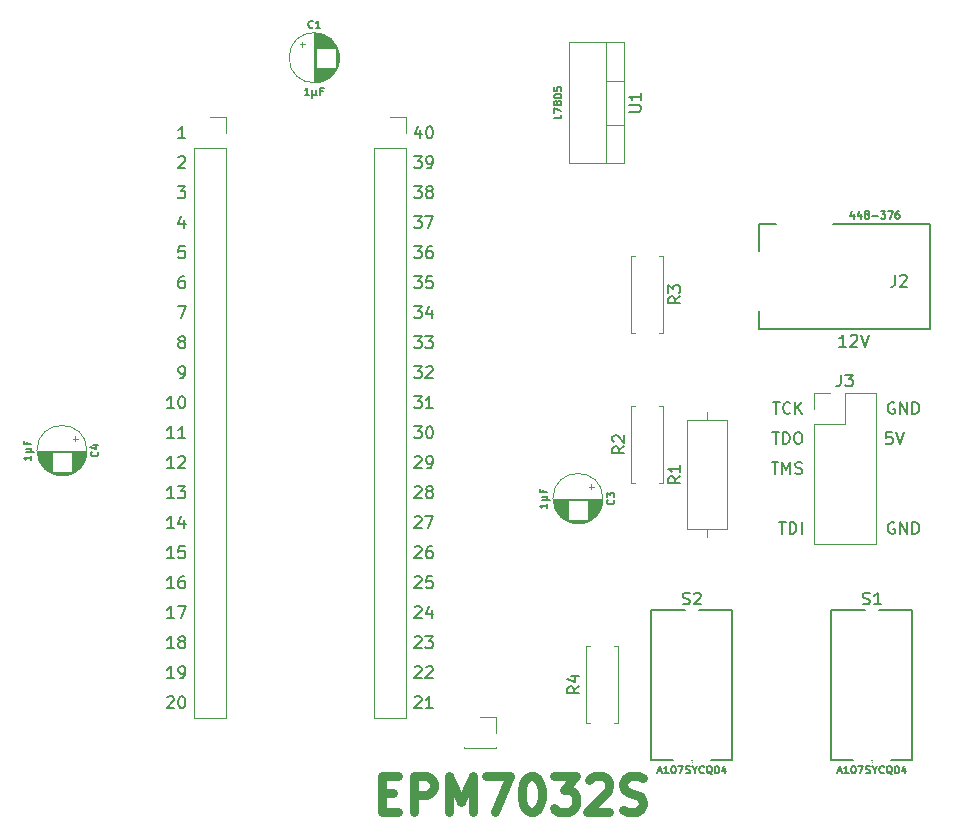
<source format=gto>
%TF.GenerationSoftware,KiCad,Pcbnew,8.0.7*%
%TF.CreationDate,2025-02-09T12:28:47+02:00*%
%TF.ProjectId,EPM7032S Programmer,45504d37-3033-4325-9320-50726f677261,V0*%
%TF.SameCoordinates,Original*%
%TF.FileFunction,Legend,Top*%
%TF.FilePolarity,Positive*%
%FSLAX46Y46*%
G04 Gerber Fmt 4.6, Leading zero omitted, Abs format (unit mm)*
G04 Created by KiCad (PCBNEW 8.0.7) date 2025-02-09 12:28:47*
%MOMM*%
%LPD*%
G01*
G04 APERTURE LIST*
%ADD10C,0.200000*%
%ADD11C,0.750000*%
%ADD12C,0.150000*%
%ADD13C,0.120000*%
%ADD14C,0.100000*%
G04 APERTURE END LIST*
D10*
X60281863Y-7580219D02*
X59805673Y-7580219D01*
X59805673Y-7580219D02*
X59758054Y-8056409D01*
X59758054Y-8056409D02*
X59805673Y-8008790D01*
X59805673Y-8008790D02*
X59900911Y-7961171D01*
X59900911Y-7961171D02*
X60139006Y-7961171D01*
X60139006Y-7961171D02*
X60234244Y-8008790D01*
X60234244Y-8008790D02*
X60281863Y-8056409D01*
X60281863Y-8056409D02*
X60329482Y-8151647D01*
X60329482Y-8151647D02*
X60329482Y-8389742D01*
X60329482Y-8389742D02*
X60281863Y-8484980D01*
X60281863Y-8484980D02*
X60234244Y-8532600D01*
X60234244Y-8532600D02*
X60139006Y-8580219D01*
X60139006Y-8580219D02*
X59900911Y-8580219D01*
X59900911Y-8580219D02*
X59805673Y-8532600D01*
X59805673Y-8532600D02*
X59758054Y-8484980D01*
X60615197Y-7580219D02*
X60948530Y-8580219D01*
X60948530Y-8580219D02*
X61281863Y-7580219D01*
X19832435Y10707780D02*
X20451482Y10707780D01*
X20451482Y10707780D02*
X20118149Y10326828D01*
X20118149Y10326828D02*
X20261006Y10326828D01*
X20261006Y10326828D02*
X20356244Y10279209D01*
X20356244Y10279209D02*
X20403863Y10231590D01*
X20403863Y10231590D02*
X20451482Y10136352D01*
X20451482Y10136352D02*
X20451482Y9898257D01*
X20451482Y9898257D02*
X20403863Y9803019D01*
X20403863Y9803019D02*
X20356244Y9755400D01*
X20356244Y9755400D02*
X20261006Y9707780D01*
X20261006Y9707780D02*
X19975292Y9707780D01*
X19975292Y9707780D02*
X19880054Y9755400D01*
X19880054Y9755400D02*
X19832435Y9803019D01*
X20784816Y10707780D02*
X21451482Y10707780D01*
X21451482Y10707780D02*
X21022911Y9707780D01*
X19832435Y13247780D02*
X20451482Y13247780D01*
X20451482Y13247780D02*
X20118149Y12866828D01*
X20118149Y12866828D02*
X20261006Y12866828D01*
X20261006Y12866828D02*
X20356244Y12819209D01*
X20356244Y12819209D02*
X20403863Y12771590D01*
X20403863Y12771590D02*
X20451482Y12676352D01*
X20451482Y12676352D02*
X20451482Y12438257D01*
X20451482Y12438257D02*
X20403863Y12343019D01*
X20403863Y12343019D02*
X20356244Y12295400D01*
X20356244Y12295400D02*
X20261006Y12247780D01*
X20261006Y12247780D02*
X19975292Y12247780D01*
X19975292Y12247780D02*
X19880054Y12295400D01*
X19880054Y12295400D02*
X19832435Y12343019D01*
X21022911Y12819209D02*
X20927673Y12866828D01*
X20927673Y12866828D02*
X20880054Y12914447D01*
X20880054Y12914447D02*
X20832435Y13009685D01*
X20832435Y13009685D02*
X20832435Y13057304D01*
X20832435Y13057304D02*
X20880054Y13152542D01*
X20880054Y13152542D02*
X20927673Y13200161D01*
X20927673Y13200161D02*
X21022911Y13247780D01*
X21022911Y13247780D02*
X21213387Y13247780D01*
X21213387Y13247780D02*
X21308625Y13200161D01*
X21308625Y13200161D02*
X21356244Y13152542D01*
X21356244Y13152542D02*
X21403863Y13057304D01*
X21403863Y13057304D02*
X21403863Y13009685D01*
X21403863Y13009685D02*
X21356244Y12914447D01*
X21356244Y12914447D02*
X21308625Y12866828D01*
X21308625Y12866828D02*
X21213387Y12819209D01*
X21213387Y12819209D02*
X21022911Y12819209D01*
X21022911Y12819209D02*
X20927673Y12771590D01*
X20927673Y12771590D02*
X20880054Y12723971D01*
X20880054Y12723971D02*
X20832435Y12628733D01*
X20832435Y12628733D02*
X20832435Y12438257D01*
X20832435Y12438257D02*
X20880054Y12343019D01*
X20880054Y12343019D02*
X20927673Y12295400D01*
X20927673Y12295400D02*
X21022911Y12247780D01*
X21022911Y12247780D02*
X21213387Y12247780D01*
X21213387Y12247780D02*
X21308625Y12295400D01*
X21308625Y12295400D02*
X21356244Y12343019D01*
X21356244Y12343019D02*
X21403863Y12438257D01*
X21403863Y12438257D02*
X21403863Y12628733D01*
X21403863Y12628733D02*
X21356244Y12723971D01*
X21356244Y12723971D02*
X21308625Y12771590D01*
X21308625Y12771590D02*
X21213387Y12819209D01*
X19832435Y15787780D02*
X20451482Y15787780D01*
X20451482Y15787780D02*
X20118149Y15406828D01*
X20118149Y15406828D02*
X20261006Y15406828D01*
X20261006Y15406828D02*
X20356244Y15359209D01*
X20356244Y15359209D02*
X20403863Y15311590D01*
X20403863Y15311590D02*
X20451482Y15216352D01*
X20451482Y15216352D02*
X20451482Y14978257D01*
X20451482Y14978257D02*
X20403863Y14883019D01*
X20403863Y14883019D02*
X20356244Y14835400D01*
X20356244Y14835400D02*
X20261006Y14787780D01*
X20261006Y14787780D02*
X19975292Y14787780D01*
X19975292Y14787780D02*
X19880054Y14835400D01*
X19880054Y14835400D02*
X19832435Y14883019D01*
X20927673Y14787780D02*
X21118149Y14787780D01*
X21118149Y14787780D02*
X21213387Y14835400D01*
X21213387Y14835400D02*
X21261006Y14883019D01*
X21261006Y14883019D02*
X21356244Y15025876D01*
X21356244Y15025876D02*
X21403863Y15216352D01*
X21403863Y15216352D02*
X21403863Y15597304D01*
X21403863Y15597304D02*
X21356244Y15692542D01*
X21356244Y15692542D02*
X21308625Y15740161D01*
X21308625Y15740161D02*
X21213387Y15787780D01*
X21213387Y15787780D02*
X21022911Y15787780D01*
X21022911Y15787780D02*
X20927673Y15740161D01*
X20927673Y15740161D02*
X20880054Y15692542D01*
X20880054Y15692542D02*
X20832435Y15597304D01*
X20832435Y15597304D02*
X20832435Y15359209D01*
X20832435Y15359209D02*
X20880054Y15263971D01*
X20880054Y15263971D02*
X20927673Y15216352D01*
X20927673Y15216352D02*
X21022911Y15168733D01*
X21022911Y15168733D02*
X21213387Y15168733D01*
X21213387Y15168733D02*
X21308625Y15216352D01*
X21308625Y15216352D02*
X21356244Y15263971D01*
X21356244Y15263971D02*
X21403863Y15359209D01*
X20356244Y17994447D02*
X20356244Y17327780D01*
X20118149Y18375400D02*
X19880054Y17661114D01*
X19880054Y17661114D02*
X20499101Y17661114D01*
X21070530Y18327780D02*
X21165768Y18327780D01*
X21165768Y18327780D02*
X21261006Y18280161D01*
X21261006Y18280161D02*
X21308625Y18232542D01*
X21308625Y18232542D02*
X21356244Y18137304D01*
X21356244Y18137304D02*
X21403863Y17946828D01*
X21403863Y17946828D02*
X21403863Y17708733D01*
X21403863Y17708733D02*
X21356244Y17518257D01*
X21356244Y17518257D02*
X21308625Y17423019D01*
X21308625Y17423019D02*
X21261006Y17375400D01*
X21261006Y17375400D02*
X21165768Y17327780D01*
X21165768Y17327780D02*
X21070530Y17327780D01*
X21070530Y17327780D02*
X20975292Y17375400D01*
X20975292Y17375400D02*
X20927673Y17423019D01*
X20927673Y17423019D02*
X20880054Y17518257D01*
X20880054Y17518257D02*
X20832435Y17708733D01*
X20832435Y17708733D02*
X20832435Y17946828D01*
X20832435Y17946828D02*
X20880054Y18137304D01*
X20880054Y18137304D02*
X20927673Y18232542D01*
X20927673Y18232542D02*
X20975292Y18280161D01*
X20975292Y18280161D02*
X21070530Y18327780D01*
X19880054Y-27487457D02*
X19927673Y-27439838D01*
X19927673Y-27439838D02*
X20022911Y-27392219D01*
X20022911Y-27392219D02*
X20261006Y-27392219D01*
X20261006Y-27392219D02*
X20356244Y-27439838D01*
X20356244Y-27439838D02*
X20403863Y-27487457D01*
X20403863Y-27487457D02*
X20451482Y-27582695D01*
X20451482Y-27582695D02*
X20451482Y-27677933D01*
X20451482Y-27677933D02*
X20403863Y-27820790D01*
X20403863Y-27820790D02*
X19832435Y-28392219D01*
X19832435Y-28392219D02*
X20451482Y-28392219D01*
X20832435Y-27487457D02*
X20880054Y-27439838D01*
X20880054Y-27439838D02*
X20975292Y-27392219D01*
X20975292Y-27392219D02*
X21213387Y-27392219D01*
X21213387Y-27392219D02*
X21308625Y-27439838D01*
X21308625Y-27439838D02*
X21356244Y-27487457D01*
X21356244Y-27487457D02*
X21403863Y-27582695D01*
X21403863Y-27582695D02*
X21403863Y-27677933D01*
X21403863Y-27677933D02*
X21356244Y-27820790D01*
X21356244Y-27820790D02*
X20784816Y-28392219D01*
X20784816Y-28392219D02*
X21403863Y-28392219D01*
X19880054Y-12247457D02*
X19927673Y-12199838D01*
X19927673Y-12199838D02*
X20022911Y-12152219D01*
X20022911Y-12152219D02*
X20261006Y-12152219D01*
X20261006Y-12152219D02*
X20356244Y-12199838D01*
X20356244Y-12199838D02*
X20403863Y-12247457D01*
X20403863Y-12247457D02*
X20451482Y-12342695D01*
X20451482Y-12342695D02*
X20451482Y-12437933D01*
X20451482Y-12437933D02*
X20403863Y-12580790D01*
X20403863Y-12580790D02*
X19832435Y-13152219D01*
X19832435Y-13152219D02*
X20451482Y-13152219D01*
X21022911Y-12580790D02*
X20927673Y-12533171D01*
X20927673Y-12533171D02*
X20880054Y-12485552D01*
X20880054Y-12485552D02*
X20832435Y-12390314D01*
X20832435Y-12390314D02*
X20832435Y-12342695D01*
X20832435Y-12342695D02*
X20880054Y-12247457D01*
X20880054Y-12247457D02*
X20927673Y-12199838D01*
X20927673Y-12199838D02*
X21022911Y-12152219D01*
X21022911Y-12152219D02*
X21213387Y-12152219D01*
X21213387Y-12152219D02*
X21308625Y-12199838D01*
X21308625Y-12199838D02*
X21356244Y-12247457D01*
X21356244Y-12247457D02*
X21403863Y-12342695D01*
X21403863Y-12342695D02*
X21403863Y-12390314D01*
X21403863Y-12390314D02*
X21356244Y-12485552D01*
X21356244Y-12485552D02*
X21308625Y-12533171D01*
X21308625Y-12533171D02*
X21213387Y-12580790D01*
X21213387Y-12580790D02*
X21022911Y-12580790D01*
X21022911Y-12580790D02*
X20927673Y-12628409D01*
X20927673Y-12628409D02*
X20880054Y-12676028D01*
X20880054Y-12676028D02*
X20832435Y-12771266D01*
X20832435Y-12771266D02*
X20832435Y-12961742D01*
X20832435Y-12961742D02*
X20880054Y-13056980D01*
X20880054Y-13056980D02*
X20927673Y-13104600D01*
X20927673Y-13104600D02*
X21022911Y-13152219D01*
X21022911Y-13152219D02*
X21213387Y-13152219D01*
X21213387Y-13152219D02*
X21308625Y-13104600D01*
X21308625Y-13104600D02*
X21356244Y-13056980D01*
X21356244Y-13056980D02*
X21403863Y-12961742D01*
X21403863Y-12961742D02*
X21403863Y-12771266D01*
X21403863Y-12771266D02*
X21356244Y-12676028D01*
X21356244Y-12676028D02*
X21308625Y-12628409D01*
X21308625Y-12628409D02*
X21213387Y-12580790D01*
X19880054Y-24947457D02*
X19927673Y-24899838D01*
X19927673Y-24899838D02*
X20022911Y-24852219D01*
X20022911Y-24852219D02*
X20261006Y-24852219D01*
X20261006Y-24852219D02*
X20356244Y-24899838D01*
X20356244Y-24899838D02*
X20403863Y-24947457D01*
X20403863Y-24947457D02*
X20451482Y-25042695D01*
X20451482Y-25042695D02*
X20451482Y-25137933D01*
X20451482Y-25137933D02*
X20403863Y-25280790D01*
X20403863Y-25280790D02*
X19832435Y-25852219D01*
X19832435Y-25852219D02*
X20451482Y-25852219D01*
X20784816Y-24852219D02*
X21403863Y-24852219D01*
X21403863Y-24852219D02*
X21070530Y-25233171D01*
X21070530Y-25233171D02*
X21213387Y-25233171D01*
X21213387Y-25233171D02*
X21308625Y-25280790D01*
X21308625Y-25280790D02*
X21356244Y-25328409D01*
X21356244Y-25328409D02*
X21403863Y-25423647D01*
X21403863Y-25423647D02*
X21403863Y-25661742D01*
X21403863Y-25661742D02*
X21356244Y-25756980D01*
X21356244Y-25756980D02*
X21308625Y-25804600D01*
X21308625Y-25804600D02*
X21213387Y-25852219D01*
X21213387Y-25852219D02*
X20927673Y-25852219D01*
X20927673Y-25852219D02*
X20832435Y-25804600D01*
X20832435Y-25804600D02*
X20784816Y-25756980D01*
X19832435Y3087780D02*
X20451482Y3087780D01*
X20451482Y3087780D02*
X20118149Y2706828D01*
X20118149Y2706828D02*
X20261006Y2706828D01*
X20261006Y2706828D02*
X20356244Y2659209D01*
X20356244Y2659209D02*
X20403863Y2611590D01*
X20403863Y2611590D02*
X20451482Y2516352D01*
X20451482Y2516352D02*
X20451482Y2278257D01*
X20451482Y2278257D02*
X20403863Y2183019D01*
X20403863Y2183019D02*
X20356244Y2135400D01*
X20356244Y2135400D02*
X20261006Y2087780D01*
X20261006Y2087780D02*
X19975292Y2087780D01*
X19975292Y2087780D02*
X19880054Y2135400D01*
X19880054Y2135400D02*
X19832435Y2183019D01*
X21308625Y2754447D02*
X21308625Y2087780D01*
X21070530Y3135400D02*
X20832435Y2421114D01*
X20832435Y2421114D02*
X21451482Y2421114D01*
X19880054Y-9707457D02*
X19927673Y-9659838D01*
X19927673Y-9659838D02*
X20022911Y-9612219D01*
X20022911Y-9612219D02*
X20261006Y-9612219D01*
X20261006Y-9612219D02*
X20356244Y-9659838D01*
X20356244Y-9659838D02*
X20403863Y-9707457D01*
X20403863Y-9707457D02*
X20451482Y-9802695D01*
X20451482Y-9802695D02*
X20451482Y-9897933D01*
X20451482Y-9897933D02*
X20403863Y-10040790D01*
X20403863Y-10040790D02*
X19832435Y-10612219D01*
X19832435Y-10612219D02*
X20451482Y-10612219D01*
X20927673Y-10612219D02*
X21118149Y-10612219D01*
X21118149Y-10612219D02*
X21213387Y-10564600D01*
X21213387Y-10564600D02*
X21261006Y-10516980D01*
X21261006Y-10516980D02*
X21356244Y-10374123D01*
X21356244Y-10374123D02*
X21403863Y-10183647D01*
X21403863Y-10183647D02*
X21403863Y-9802695D01*
X21403863Y-9802695D02*
X21356244Y-9707457D01*
X21356244Y-9707457D02*
X21308625Y-9659838D01*
X21308625Y-9659838D02*
X21213387Y-9612219D01*
X21213387Y-9612219D02*
X21022911Y-9612219D01*
X21022911Y-9612219D02*
X20927673Y-9659838D01*
X20927673Y-9659838D02*
X20880054Y-9707457D01*
X20880054Y-9707457D02*
X20832435Y-9802695D01*
X20832435Y-9802695D02*
X20832435Y-10040790D01*
X20832435Y-10040790D02*
X20880054Y-10136028D01*
X20880054Y-10136028D02*
X20927673Y-10183647D01*
X20927673Y-10183647D02*
X21022911Y-10231266D01*
X21022911Y-10231266D02*
X21213387Y-10231266D01*
X21213387Y-10231266D02*
X21308625Y-10183647D01*
X21308625Y-10183647D02*
X21356244Y-10136028D01*
X21356244Y-10136028D02*
X21403863Y-10040790D01*
X19832435Y5627780D02*
X20451482Y5627780D01*
X20451482Y5627780D02*
X20118149Y5246828D01*
X20118149Y5246828D02*
X20261006Y5246828D01*
X20261006Y5246828D02*
X20356244Y5199209D01*
X20356244Y5199209D02*
X20403863Y5151590D01*
X20403863Y5151590D02*
X20451482Y5056352D01*
X20451482Y5056352D02*
X20451482Y4818257D01*
X20451482Y4818257D02*
X20403863Y4723019D01*
X20403863Y4723019D02*
X20356244Y4675400D01*
X20356244Y4675400D02*
X20261006Y4627780D01*
X20261006Y4627780D02*
X19975292Y4627780D01*
X19975292Y4627780D02*
X19880054Y4675400D01*
X19880054Y4675400D02*
X19832435Y4723019D01*
X21356244Y5627780D02*
X20880054Y5627780D01*
X20880054Y5627780D02*
X20832435Y5151590D01*
X20832435Y5151590D02*
X20880054Y5199209D01*
X20880054Y5199209D02*
X20975292Y5246828D01*
X20975292Y5246828D02*
X21213387Y5246828D01*
X21213387Y5246828D02*
X21308625Y5199209D01*
X21308625Y5199209D02*
X21356244Y5151590D01*
X21356244Y5151590D02*
X21403863Y5056352D01*
X21403863Y5056352D02*
X21403863Y4818257D01*
X21403863Y4818257D02*
X21356244Y4723019D01*
X21356244Y4723019D02*
X21308625Y4675400D01*
X21308625Y4675400D02*
X21213387Y4627780D01*
X21213387Y4627780D02*
X20975292Y4627780D01*
X20975292Y4627780D02*
X20880054Y4675400D01*
X20880054Y4675400D02*
X20832435Y4723019D01*
X19880054Y-17327457D02*
X19927673Y-17279838D01*
X19927673Y-17279838D02*
X20022911Y-17232219D01*
X20022911Y-17232219D02*
X20261006Y-17232219D01*
X20261006Y-17232219D02*
X20356244Y-17279838D01*
X20356244Y-17279838D02*
X20403863Y-17327457D01*
X20403863Y-17327457D02*
X20451482Y-17422695D01*
X20451482Y-17422695D02*
X20451482Y-17517933D01*
X20451482Y-17517933D02*
X20403863Y-17660790D01*
X20403863Y-17660790D02*
X19832435Y-18232219D01*
X19832435Y-18232219D02*
X20451482Y-18232219D01*
X21308625Y-17232219D02*
X21118149Y-17232219D01*
X21118149Y-17232219D02*
X21022911Y-17279838D01*
X21022911Y-17279838D02*
X20975292Y-17327457D01*
X20975292Y-17327457D02*
X20880054Y-17470314D01*
X20880054Y-17470314D02*
X20832435Y-17660790D01*
X20832435Y-17660790D02*
X20832435Y-18041742D01*
X20832435Y-18041742D02*
X20880054Y-18136980D01*
X20880054Y-18136980D02*
X20927673Y-18184600D01*
X20927673Y-18184600D02*
X21022911Y-18232219D01*
X21022911Y-18232219D02*
X21213387Y-18232219D01*
X21213387Y-18232219D02*
X21308625Y-18184600D01*
X21308625Y-18184600D02*
X21356244Y-18136980D01*
X21356244Y-18136980D02*
X21403863Y-18041742D01*
X21403863Y-18041742D02*
X21403863Y-17803647D01*
X21403863Y-17803647D02*
X21356244Y-17708409D01*
X21356244Y-17708409D02*
X21308625Y-17660790D01*
X21308625Y-17660790D02*
X21213387Y-17613171D01*
X21213387Y-17613171D02*
X21022911Y-17613171D01*
X21022911Y-17613171D02*
X20927673Y-17660790D01*
X20927673Y-17660790D02*
X20880054Y-17708409D01*
X20880054Y-17708409D02*
X20832435Y-17803647D01*
X19880054Y-22407457D02*
X19927673Y-22359838D01*
X19927673Y-22359838D02*
X20022911Y-22312219D01*
X20022911Y-22312219D02*
X20261006Y-22312219D01*
X20261006Y-22312219D02*
X20356244Y-22359838D01*
X20356244Y-22359838D02*
X20403863Y-22407457D01*
X20403863Y-22407457D02*
X20451482Y-22502695D01*
X20451482Y-22502695D02*
X20451482Y-22597933D01*
X20451482Y-22597933D02*
X20403863Y-22740790D01*
X20403863Y-22740790D02*
X19832435Y-23312219D01*
X19832435Y-23312219D02*
X20451482Y-23312219D01*
X21308625Y-22645552D02*
X21308625Y-23312219D01*
X21070530Y-22264600D02*
X20832435Y-22978885D01*
X20832435Y-22978885D02*
X21451482Y-22978885D01*
X19880054Y-14787457D02*
X19927673Y-14739838D01*
X19927673Y-14739838D02*
X20022911Y-14692219D01*
X20022911Y-14692219D02*
X20261006Y-14692219D01*
X20261006Y-14692219D02*
X20356244Y-14739838D01*
X20356244Y-14739838D02*
X20403863Y-14787457D01*
X20403863Y-14787457D02*
X20451482Y-14882695D01*
X20451482Y-14882695D02*
X20451482Y-14977933D01*
X20451482Y-14977933D02*
X20403863Y-15120790D01*
X20403863Y-15120790D02*
X19832435Y-15692219D01*
X19832435Y-15692219D02*
X20451482Y-15692219D01*
X20784816Y-14692219D02*
X21451482Y-14692219D01*
X21451482Y-14692219D02*
X21022911Y-15692219D01*
X19832435Y-7072219D02*
X20451482Y-7072219D01*
X20451482Y-7072219D02*
X20118149Y-7453171D01*
X20118149Y-7453171D02*
X20261006Y-7453171D01*
X20261006Y-7453171D02*
X20356244Y-7500790D01*
X20356244Y-7500790D02*
X20403863Y-7548409D01*
X20403863Y-7548409D02*
X20451482Y-7643647D01*
X20451482Y-7643647D02*
X20451482Y-7881742D01*
X20451482Y-7881742D02*
X20403863Y-7976980D01*
X20403863Y-7976980D02*
X20356244Y-8024600D01*
X20356244Y-8024600D02*
X20261006Y-8072219D01*
X20261006Y-8072219D02*
X19975292Y-8072219D01*
X19975292Y-8072219D02*
X19880054Y-8024600D01*
X19880054Y-8024600D02*
X19832435Y-7976980D01*
X21070530Y-7072219D02*
X21165768Y-7072219D01*
X21165768Y-7072219D02*
X21261006Y-7119838D01*
X21261006Y-7119838D02*
X21308625Y-7167457D01*
X21308625Y-7167457D02*
X21356244Y-7262695D01*
X21356244Y-7262695D02*
X21403863Y-7453171D01*
X21403863Y-7453171D02*
X21403863Y-7691266D01*
X21403863Y-7691266D02*
X21356244Y-7881742D01*
X21356244Y-7881742D02*
X21308625Y-7976980D01*
X21308625Y-7976980D02*
X21261006Y-8024600D01*
X21261006Y-8024600D02*
X21165768Y-8072219D01*
X21165768Y-8072219D02*
X21070530Y-8072219D01*
X21070530Y-8072219D02*
X20975292Y-8024600D01*
X20975292Y-8024600D02*
X20927673Y-7976980D01*
X20927673Y-7976980D02*
X20880054Y-7881742D01*
X20880054Y-7881742D02*
X20832435Y-7691266D01*
X20832435Y-7691266D02*
X20832435Y-7453171D01*
X20832435Y-7453171D02*
X20880054Y-7262695D01*
X20880054Y-7262695D02*
X20927673Y-7167457D01*
X20927673Y-7167457D02*
X20975292Y-7119838D01*
X20975292Y-7119838D02*
X21070530Y-7072219D01*
X19880054Y-19867457D02*
X19927673Y-19819838D01*
X19927673Y-19819838D02*
X20022911Y-19772219D01*
X20022911Y-19772219D02*
X20261006Y-19772219D01*
X20261006Y-19772219D02*
X20356244Y-19819838D01*
X20356244Y-19819838D02*
X20403863Y-19867457D01*
X20403863Y-19867457D02*
X20451482Y-19962695D01*
X20451482Y-19962695D02*
X20451482Y-20057933D01*
X20451482Y-20057933D02*
X20403863Y-20200790D01*
X20403863Y-20200790D02*
X19832435Y-20772219D01*
X19832435Y-20772219D02*
X20451482Y-20772219D01*
X21356244Y-19772219D02*
X20880054Y-19772219D01*
X20880054Y-19772219D02*
X20832435Y-20248409D01*
X20832435Y-20248409D02*
X20880054Y-20200790D01*
X20880054Y-20200790D02*
X20975292Y-20153171D01*
X20975292Y-20153171D02*
X21213387Y-20153171D01*
X21213387Y-20153171D02*
X21308625Y-20200790D01*
X21308625Y-20200790D02*
X21356244Y-20248409D01*
X21356244Y-20248409D02*
X21403863Y-20343647D01*
X21403863Y-20343647D02*
X21403863Y-20581742D01*
X21403863Y-20581742D02*
X21356244Y-20676980D01*
X21356244Y-20676980D02*
X21308625Y-20724600D01*
X21308625Y-20724600D02*
X21213387Y-20772219D01*
X21213387Y-20772219D02*
X20975292Y-20772219D01*
X20975292Y-20772219D02*
X20880054Y-20724600D01*
X20880054Y-20724600D02*
X20832435Y-20676980D01*
X19832435Y8167780D02*
X20451482Y8167780D01*
X20451482Y8167780D02*
X20118149Y7786828D01*
X20118149Y7786828D02*
X20261006Y7786828D01*
X20261006Y7786828D02*
X20356244Y7739209D01*
X20356244Y7739209D02*
X20403863Y7691590D01*
X20403863Y7691590D02*
X20451482Y7596352D01*
X20451482Y7596352D02*
X20451482Y7358257D01*
X20451482Y7358257D02*
X20403863Y7263019D01*
X20403863Y7263019D02*
X20356244Y7215400D01*
X20356244Y7215400D02*
X20261006Y7167780D01*
X20261006Y7167780D02*
X19975292Y7167780D01*
X19975292Y7167780D02*
X19880054Y7215400D01*
X19880054Y7215400D02*
X19832435Y7263019D01*
X21308625Y8167780D02*
X21118149Y8167780D01*
X21118149Y8167780D02*
X21022911Y8120161D01*
X21022911Y8120161D02*
X20975292Y8072542D01*
X20975292Y8072542D02*
X20880054Y7929685D01*
X20880054Y7929685D02*
X20832435Y7739209D01*
X20832435Y7739209D02*
X20832435Y7358257D01*
X20832435Y7358257D02*
X20880054Y7263019D01*
X20880054Y7263019D02*
X20927673Y7215400D01*
X20927673Y7215400D02*
X21022911Y7167780D01*
X21022911Y7167780D02*
X21213387Y7167780D01*
X21213387Y7167780D02*
X21308625Y7215400D01*
X21308625Y7215400D02*
X21356244Y7263019D01*
X21356244Y7263019D02*
X21403863Y7358257D01*
X21403863Y7358257D02*
X21403863Y7596352D01*
X21403863Y7596352D02*
X21356244Y7691590D01*
X21356244Y7691590D02*
X21308625Y7739209D01*
X21308625Y7739209D02*
X21213387Y7786828D01*
X21213387Y7786828D02*
X21022911Y7786828D01*
X21022911Y7786828D02*
X20927673Y7739209D01*
X20927673Y7739209D02*
X20880054Y7691590D01*
X20880054Y7691590D02*
X20832435Y7596352D01*
X19832435Y-4532219D02*
X20451482Y-4532219D01*
X20451482Y-4532219D02*
X20118149Y-4913171D01*
X20118149Y-4913171D02*
X20261006Y-4913171D01*
X20261006Y-4913171D02*
X20356244Y-4960790D01*
X20356244Y-4960790D02*
X20403863Y-5008409D01*
X20403863Y-5008409D02*
X20451482Y-5103647D01*
X20451482Y-5103647D02*
X20451482Y-5341742D01*
X20451482Y-5341742D02*
X20403863Y-5436980D01*
X20403863Y-5436980D02*
X20356244Y-5484600D01*
X20356244Y-5484600D02*
X20261006Y-5532219D01*
X20261006Y-5532219D02*
X19975292Y-5532219D01*
X19975292Y-5532219D02*
X19880054Y-5484600D01*
X19880054Y-5484600D02*
X19832435Y-5436980D01*
X21403863Y-5532219D02*
X20832435Y-5532219D01*
X21118149Y-5532219D02*
X21118149Y-4532219D01*
X21118149Y-4532219D02*
X21022911Y-4675076D01*
X21022911Y-4675076D02*
X20927673Y-4770314D01*
X20927673Y-4770314D02*
X20832435Y-4817933D01*
X19832435Y-1992219D02*
X20451482Y-1992219D01*
X20451482Y-1992219D02*
X20118149Y-2373171D01*
X20118149Y-2373171D02*
X20261006Y-2373171D01*
X20261006Y-2373171D02*
X20356244Y-2420790D01*
X20356244Y-2420790D02*
X20403863Y-2468409D01*
X20403863Y-2468409D02*
X20451482Y-2563647D01*
X20451482Y-2563647D02*
X20451482Y-2801742D01*
X20451482Y-2801742D02*
X20403863Y-2896980D01*
X20403863Y-2896980D02*
X20356244Y-2944600D01*
X20356244Y-2944600D02*
X20261006Y-2992219D01*
X20261006Y-2992219D02*
X19975292Y-2992219D01*
X19975292Y-2992219D02*
X19880054Y-2944600D01*
X19880054Y-2944600D02*
X19832435Y-2896980D01*
X20832435Y-2087457D02*
X20880054Y-2039838D01*
X20880054Y-2039838D02*
X20975292Y-1992219D01*
X20975292Y-1992219D02*
X21213387Y-1992219D01*
X21213387Y-1992219D02*
X21308625Y-2039838D01*
X21308625Y-2039838D02*
X21356244Y-2087457D01*
X21356244Y-2087457D02*
X21403863Y-2182695D01*
X21403863Y-2182695D02*
X21403863Y-2277933D01*
X21403863Y-2277933D02*
X21356244Y-2420790D01*
X21356244Y-2420790D02*
X20784816Y-2992219D01*
X20784816Y-2992219D02*
X21403863Y-2992219D01*
X19832435Y547780D02*
X20451482Y547780D01*
X20451482Y547780D02*
X20118149Y166828D01*
X20118149Y166828D02*
X20261006Y166828D01*
X20261006Y166828D02*
X20356244Y119209D01*
X20356244Y119209D02*
X20403863Y71590D01*
X20403863Y71590D02*
X20451482Y-23647D01*
X20451482Y-23647D02*
X20451482Y-261742D01*
X20451482Y-261742D02*
X20403863Y-356980D01*
X20403863Y-356980D02*
X20356244Y-404600D01*
X20356244Y-404600D02*
X20261006Y-452219D01*
X20261006Y-452219D02*
X19975292Y-452219D01*
X19975292Y-452219D02*
X19880054Y-404600D01*
X19880054Y-404600D02*
X19832435Y-356980D01*
X20784816Y547780D02*
X21403863Y547780D01*
X21403863Y547780D02*
X21070530Y166828D01*
X21070530Y166828D02*
X21213387Y166828D01*
X21213387Y166828D02*
X21308625Y119209D01*
X21308625Y119209D02*
X21356244Y71590D01*
X21356244Y71590D02*
X21403863Y-23647D01*
X21403863Y-23647D02*
X21403863Y-261742D01*
X21403863Y-261742D02*
X21356244Y-356980D01*
X21356244Y-356980D02*
X21308625Y-404600D01*
X21308625Y-404600D02*
X21213387Y-452219D01*
X21213387Y-452219D02*
X20927673Y-452219D01*
X20927673Y-452219D02*
X20832435Y-404600D01*
X20832435Y-404600D02*
X20784816Y-356980D01*
X19880054Y-30027457D02*
X19927673Y-29979838D01*
X19927673Y-29979838D02*
X20022911Y-29932219D01*
X20022911Y-29932219D02*
X20261006Y-29932219D01*
X20261006Y-29932219D02*
X20356244Y-29979838D01*
X20356244Y-29979838D02*
X20403863Y-30027457D01*
X20403863Y-30027457D02*
X20451482Y-30122695D01*
X20451482Y-30122695D02*
X20451482Y-30217933D01*
X20451482Y-30217933D02*
X20403863Y-30360790D01*
X20403863Y-30360790D02*
X19832435Y-30932219D01*
X19832435Y-30932219D02*
X20451482Y-30932219D01*
X21403863Y-30932219D02*
X20832435Y-30932219D01*
X21118149Y-30932219D02*
X21118149Y-29932219D01*
X21118149Y-29932219D02*
X21022911Y-30075076D01*
X21022911Y-30075076D02*
X20927673Y-30170314D01*
X20927673Y-30170314D02*
X20832435Y-30217933D01*
X-1083863Y-30027457D02*
X-1036244Y-29979838D01*
X-1036244Y-29979838D02*
X-941006Y-29932219D01*
X-941006Y-29932219D02*
X-702911Y-29932219D01*
X-702911Y-29932219D02*
X-607673Y-29979838D01*
X-607673Y-29979838D02*
X-560054Y-30027457D01*
X-560054Y-30027457D02*
X-512435Y-30122695D01*
X-512435Y-30122695D02*
X-512435Y-30217933D01*
X-512435Y-30217933D02*
X-560054Y-30360790D01*
X-560054Y-30360790D02*
X-1131482Y-30932219D01*
X-1131482Y-30932219D02*
X-512435Y-30932219D01*
X106612Y-29932219D02*
X201850Y-29932219D01*
X201850Y-29932219D02*
X297088Y-29979838D01*
X297088Y-29979838D02*
X344707Y-30027457D01*
X344707Y-30027457D02*
X392326Y-30122695D01*
X392326Y-30122695D02*
X439945Y-30313171D01*
X439945Y-30313171D02*
X439945Y-30551266D01*
X439945Y-30551266D02*
X392326Y-30741742D01*
X392326Y-30741742D02*
X344707Y-30836980D01*
X344707Y-30836980D02*
X297088Y-30884600D01*
X297088Y-30884600D02*
X201850Y-30932219D01*
X201850Y-30932219D02*
X106612Y-30932219D01*
X106612Y-30932219D02*
X11374Y-30884600D01*
X11374Y-30884600D02*
X-36244Y-30836980D01*
X-36244Y-30836980D02*
X-83863Y-30741742D01*
X-83863Y-30741742D02*
X-131482Y-30551266D01*
X-131482Y-30551266D02*
X-131482Y-30313171D01*
X-131482Y-30313171D02*
X-83863Y-30122695D01*
X-83863Y-30122695D02*
X-36244Y-30027457D01*
X-36244Y-30027457D02*
X11374Y-29979838D01*
X11374Y-29979838D02*
X106612Y-29932219D01*
X-512435Y-28392219D02*
X-1083863Y-28392219D01*
X-798149Y-28392219D02*
X-798149Y-27392219D01*
X-798149Y-27392219D02*
X-893387Y-27535076D01*
X-893387Y-27535076D02*
X-988625Y-27630314D01*
X-988625Y-27630314D02*
X-1083863Y-27677933D01*
X-36244Y-28392219D02*
X154231Y-28392219D01*
X154231Y-28392219D02*
X249469Y-28344600D01*
X249469Y-28344600D02*
X297088Y-28296980D01*
X297088Y-28296980D02*
X392326Y-28154123D01*
X392326Y-28154123D02*
X439945Y-27963647D01*
X439945Y-27963647D02*
X439945Y-27582695D01*
X439945Y-27582695D02*
X392326Y-27487457D01*
X392326Y-27487457D02*
X344707Y-27439838D01*
X344707Y-27439838D02*
X249469Y-27392219D01*
X249469Y-27392219D02*
X58993Y-27392219D01*
X58993Y-27392219D02*
X-36244Y-27439838D01*
X-36244Y-27439838D02*
X-83863Y-27487457D01*
X-83863Y-27487457D02*
X-131482Y-27582695D01*
X-131482Y-27582695D02*
X-131482Y-27820790D01*
X-131482Y-27820790D02*
X-83863Y-27916028D01*
X-83863Y-27916028D02*
X-36244Y-27963647D01*
X-36244Y-27963647D02*
X58993Y-28011266D01*
X58993Y-28011266D02*
X249469Y-28011266D01*
X249469Y-28011266D02*
X344707Y-27963647D01*
X344707Y-27963647D02*
X392326Y-27916028D01*
X392326Y-27916028D02*
X439945Y-27820790D01*
X-512435Y-25852219D02*
X-1083863Y-25852219D01*
X-798149Y-25852219D02*
X-798149Y-24852219D01*
X-798149Y-24852219D02*
X-893387Y-24995076D01*
X-893387Y-24995076D02*
X-988625Y-25090314D01*
X-988625Y-25090314D02*
X-1083863Y-25137933D01*
X58993Y-25280790D02*
X-36244Y-25233171D01*
X-36244Y-25233171D02*
X-83863Y-25185552D01*
X-83863Y-25185552D02*
X-131482Y-25090314D01*
X-131482Y-25090314D02*
X-131482Y-25042695D01*
X-131482Y-25042695D02*
X-83863Y-24947457D01*
X-83863Y-24947457D02*
X-36244Y-24899838D01*
X-36244Y-24899838D02*
X58993Y-24852219D01*
X58993Y-24852219D02*
X249469Y-24852219D01*
X249469Y-24852219D02*
X344707Y-24899838D01*
X344707Y-24899838D02*
X392326Y-24947457D01*
X392326Y-24947457D02*
X439945Y-25042695D01*
X439945Y-25042695D02*
X439945Y-25090314D01*
X439945Y-25090314D02*
X392326Y-25185552D01*
X392326Y-25185552D02*
X344707Y-25233171D01*
X344707Y-25233171D02*
X249469Y-25280790D01*
X249469Y-25280790D02*
X58993Y-25280790D01*
X58993Y-25280790D02*
X-36244Y-25328409D01*
X-36244Y-25328409D02*
X-83863Y-25376028D01*
X-83863Y-25376028D02*
X-131482Y-25471266D01*
X-131482Y-25471266D02*
X-131482Y-25661742D01*
X-131482Y-25661742D02*
X-83863Y-25756980D01*
X-83863Y-25756980D02*
X-36244Y-25804600D01*
X-36244Y-25804600D02*
X58993Y-25852219D01*
X58993Y-25852219D02*
X249469Y-25852219D01*
X249469Y-25852219D02*
X344707Y-25804600D01*
X344707Y-25804600D02*
X392326Y-25756980D01*
X392326Y-25756980D02*
X439945Y-25661742D01*
X439945Y-25661742D02*
X439945Y-25471266D01*
X439945Y-25471266D02*
X392326Y-25376028D01*
X392326Y-25376028D02*
X344707Y-25328409D01*
X344707Y-25328409D02*
X249469Y-25280790D01*
X-512435Y-23312219D02*
X-1083863Y-23312219D01*
X-798149Y-23312219D02*
X-798149Y-22312219D01*
X-798149Y-22312219D02*
X-893387Y-22455076D01*
X-893387Y-22455076D02*
X-988625Y-22550314D01*
X-988625Y-22550314D02*
X-1083863Y-22597933D01*
X-179101Y-22312219D02*
X487564Y-22312219D01*
X487564Y-22312219D02*
X58993Y-23312219D01*
X-512435Y-10612219D02*
X-1083863Y-10612219D01*
X-798149Y-10612219D02*
X-798149Y-9612219D01*
X-798149Y-9612219D02*
X-893387Y-9755076D01*
X-893387Y-9755076D02*
X-988625Y-9850314D01*
X-988625Y-9850314D02*
X-1083863Y-9897933D01*
X-131482Y-9707457D02*
X-83863Y-9659838D01*
X-83863Y-9659838D02*
X11374Y-9612219D01*
X11374Y-9612219D02*
X249469Y-9612219D01*
X249469Y-9612219D02*
X344707Y-9659838D01*
X344707Y-9659838D02*
X392326Y-9707457D01*
X392326Y-9707457D02*
X439945Y-9802695D01*
X439945Y-9802695D02*
X439945Y-9897933D01*
X439945Y-9897933D02*
X392326Y-10040790D01*
X392326Y-10040790D02*
X-179101Y-10612219D01*
X-179101Y-10612219D02*
X439945Y-10612219D01*
X-512435Y-8072219D02*
X-1083863Y-8072219D01*
X-798149Y-8072219D02*
X-798149Y-7072219D01*
X-798149Y-7072219D02*
X-893387Y-7215076D01*
X-893387Y-7215076D02*
X-988625Y-7310314D01*
X-988625Y-7310314D02*
X-1083863Y-7357933D01*
X439945Y-8072219D02*
X-131482Y-8072219D01*
X154231Y-8072219D02*
X154231Y-7072219D01*
X154231Y-7072219D02*
X58993Y-7215076D01*
X58993Y-7215076D02*
X-36244Y-7310314D01*
X-36244Y-7310314D02*
X-131482Y-7357933D01*
X-512435Y-5532219D02*
X-1083863Y-5532219D01*
X-798149Y-5532219D02*
X-798149Y-4532219D01*
X-798149Y-4532219D02*
X-893387Y-4675076D01*
X-893387Y-4675076D02*
X-988625Y-4770314D01*
X-988625Y-4770314D02*
X-1083863Y-4817933D01*
X106612Y-4532219D02*
X201850Y-4532219D01*
X201850Y-4532219D02*
X297088Y-4579838D01*
X297088Y-4579838D02*
X344707Y-4627457D01*
X344707Y-4627457D02*
X392326Y-4722695D01*
X392326Y-4722695D02*
X439945Y-4913171D01*
X439945Y-4913171D02*
X439945Y-5151266D01*
X439945Y-5151266D02*
X392326Y-5341742D01*
X392326Y-5341742D02*
X344707Y-5436980D01*
X344707Y-5436980D02*
X297088Y-5484600D01*
X297088Y-5484600D02*
X201850Y-5532219D01*
X201850Y-5532219D02*
X106612Y-5532219D01*
X106612Y-5532219D02*
X11374Y-5484600D01*
X11374Y-5484600D02*
X-36244Y-5436980D01*
X-36244Y-5436980D02*
X-83863Y-5341742D01*
X-83863Y-5341742D02*
X-131482Y-5151266D01*
X-131482Y-5151266D02*
X-131482Y-4913171D01*
X-131482Y-4913171D02*
X-83863Y-4722695D01*
X-83863Y-4722695D02*
X-36244Y-4627457D01*
X-36244Y-4627457D02*
X11374Y-4579838D01*
X11374Y-4579838D02*
X106612Y-4532219D01*
X-36244Y-2992219D02*
X154231Y-2992219D01*
X154231Y-2992219D02*
X249469Y-2944600D01*
X249469Y-2944600D02*
X297088Y-2896980D01*
X297088Y-2896980D02*
X392326Y-2754123D01*
X392326Y-2754123D02*
X439945Y-2563647D01*
X439945Y-2563647D02*
X439945Y-2182695D01*
X439945Y-2182695D02*
X392326Y-2087457D01*
X392326Y-2087457D02*
X344707Y-2039838D01*
X344707Y-2039838D02*
X249469Y-1992219D01*
X249469Y-1992219D02*
X58993Y-1992219D01*
X58993Y-1992219D02*
X-36244Y-2039838D01*
X-36244Y-2039838D02*
X-83863Y-2087457D01*
X-83863Y-2087457D02*
X-131482Y-2182695D01*
X-131482Y-2182695D02*
X-131482Y-2420790D01*
X-131482Y-2420790D02*
X-83863Y-2516028D01*
X-83863Y-2516028D02*
X-36244Y-2563647D01*
X-36244Y-2563647D02*
X58993Y-2611266D01*
X58993Y-2611266D02*
X249469Y-2611266D01*
X249469Y-2611266D02*
X344707Y-2563647D01*
X344707Y-2563647D02*
X392326Y-2516028D01*
X392326Y-2516028D02*
X439945Y-2420790D01*
X-512435Y-18232219D02*
X-1083863Y-18232219D01*
X-798149Y-18232219D02*
X-798149Y-17232219D01*
X-798149Y-17232219D02*
X-893387Y-17375076D01*
X-893387Y-17375076D02*
X-988625Y-17470314D01*
X-988625Y-17470314D02*
X-1083863Y-17517933D01*
X392326Y-17232219D02*
X-83863Y-17232219D01*
X-83863Y-17232219D02*
X-131482Y-17708409D01*
X-131482Y-17708409D02*
X-83863Y-17660790D01*
X-83863Y-17660790D02*
X11374Y-17613171D01*
X11374Y-17613171D02*
X249469Y-17613171D01*
X249469Y-17613171D02*
X344707Y-17660790D01*
X344707Y-17660790D02*
X392326Y-17708409D01*
X392326Y-17708409D02*
X439945Y-17803647D01*
X439945Y-17803647D02*
X439945Y-18041742D01*
X439945Y-18041742D02*
X392326Y-18136980D01*
X392326Y-18136980D02*
X344707Y-18184600D01*
X344707Y-18184600D02*
X249469Y-18232219D01*
X249469Y-18232219D02*
X11374Y-18232219D01*
X11374Y-18232219D02*
X-83863Y-18184600D01*
X-83863Y-18184600D02*
X-131482Y-18136980D01*
X-512435Y-15692219D02*
X-1083863Y-15692219D01*
X-798149Y-15692219D02*
X-798149Y-14692219D01*
X-798149Y-14692219D02*
X-893387Y-14835076D01*
X-893387Y-14835076D02*
X-988625Y-14930314D01*
X-988625Y-14930314D02*
X-1083863Y-14977933D01*
X344707Y-15025552D02*
X344707Y-15692219D01*
X106612Y-14644600D02*
X-131482Y-15358885D01*
X-131482Y-15358885D02*
X487564Y-15358885D01*
X-512435Y-13152219D02*
X-1083863Y-13152219D01*
X-798149Y-13152219D02*
X-798149Y-12152219D01*
X-798149Y-12152219D02*
X-893387Y-12295076D01*
X-893387Y-12295076D02*
X-988625Y-12390314D01*
X-988625Y-12390314D02*
X-1083863Y-12437933D01*
X-179101Y-12152219D02*
X439945Y-12152219D01*
X439945Y-12152219D02*
X106612Y-12533171D01*
X106612Y-12533171D02*
X249469Y-12533171D01*
X249469Y-12533171D02*
X344707Y-12580790D01*
X344707Y-12580790D02*
X392326Y-12628409D01*
X392326Y-12628409D02*
X439945Y-12723647D01*
X439945Y-12723647D02*
X439945Y-12961742D01*
X439945Y-12961742D02*
X392326Y-13056980D01*
X392326Y-13056980D02*
X344707Y-13104600D01*
X344707Y-13104600D02*
X249469Y-13152219D01*
X249469Y-13152219D02*
X-36244Y-13152219D01*
X-36244Y-13152219D02*
X-131482Y-13104600D01*
X-131482Y-13104600D02*
X-179101Y-13056980D01*
X-512435Y-20772219D02*
X-1083863Y-20772219D01*
X-798149Y-20772219D02*
X-798149Y-19772219D01*
X-798149Y-19772219D02*
X-893387Y-19915076D01*
X-893387Y-19915076D02*
X-988625Y-20010314D01*
X-988625Y-20010314D02*
X-1083863Y-20057933D01*
X344707Y-19772219D02*
X154231Y-19772219D01*
X154231Y-19772219D02*
X58993Y-19819838D01*
X58993Y-19819838D02*
X11374Y-19867457D01*
X11374Y-19867457D02*
X-83863Y-20010314D01*
X-83863Y-20010314D02*
X-131482Y-20200790D01*
X-131482Y-20200790D02*
X-131482Y-20581742D01*
X-131482Y-20581742D02*
X-83863Y-20676980D01*
X-83863Y-20676980D02*
X-36244Y-20724600D01*
X-36244Y-20724600D02*
X58993Y-20772219D01*
X58993Y-20772219D02*
X249469Y-20772219D01*
X249469Y-20772219D02*
X344707Y-20724600D01*
X344707Y-20724600D02*
X392326Y-20676980D01*
X392326Y-20676980D02*
X439945Y-20581742D01*
X439945Y-20581742D02*
X439945Y-20343647D01*
X439945Y-20343647D02*
X392326Y-20248409D01*
X392326Y-20248409D02*
X344707Y-20200790D01*
X344707Y-20200790D02*
X249469Y-20153171D01*
X249469Y-20153171D02*
X58993Y-20153171D01*
X58993Y-20153171D02*
X-36244Y-20200790D01*
X-36244Y-20200790D02*
X-83863Y-20248409D01*
X-83863Y-20248409D02*
X-131482Y-20343647D01*
X58993Y119209D02*
X-36244Y166828D01*
X-36244Y166828D02*
X-83863Y214447D01*
X-83863Y214447D02*
X-131482Y309685D01*
X-131482Y309685D02*
X-131482Y357304D01*
X-131482Y357304D02*
X-83863Y452542D01*
X-83863Y452542D02*
X-36244Y500161D01*
X-36244Y500161D02*
X58993Y547780D01*
X58993Y547780D02*
X249469Y547780D01*
X249469Y547780D02*
X344707Y500161D01*
X344707Y500161D02*
X392326Y452542D01*
X392326Y452542D02*
X439945Y357304D01*
X439945Y357304D02*
X439945Y309685D01*
X439945Y309685D02*
X392326Y214447D01*
X392326Y214447D02*
X344707Y166828D01*
X344707Y166828D02*
X249469Y119209D01*
X249469Y119209D02*
X58993Y119209D01*
X58993Y119209D02*
X-36244Y71590D01*
X-36244Y71590D02*
X-83863Y23971D01*
X-83863Y23971D02*
X-131482Y-71266D01*
X-131482Y-71266D02*
X-131482Y-261742D01*
X-131482Y-261742D02*
X-83863Y-356980D01*
X-83863Y-356980D02*
X-36244Y-404600D01*
X-36244Y-404600D02*
X58993Y-452219D01*
X58993Y-452219D02*
X249469Y-452219D01*
X249469Y-452219D02*
X344707Y-404600D01*
X344707Y-404600D02*
X392326Y-356980D01*
X392326Y-356980D02*
X439945Y-261742D01*
X439945Y-261742D02*
X439945Y-71266D01*
X439945Y-71266D02*
X392326Y23971D01*
X392326Y23971D02*
X344707Y71590D01*
X344707Y71590D02*
X249469Y119209D01*
X-179101Y3087780D02*
X487564Y3087780D01*
X487564Y3087780D02*
X58993Y2087780D01*
X344707Y5627780D02*
X154231Y5627780D01*
X154231Y5627780D02*
X58993Y5580161D01*
X58993Y5580161D02*
X11374Y5532542D01*
X11374Y5532542D02*
X-83863Y5389685D01*
X-83863Y5389685D02*
X-131482Y5199209D01*
X-131482Y5199209D02*
X-131482Y4818257D01*
X-131482Y4818257D02*
X-83863Y4723019D01*
X-83863Y4723019D02*
X-36244Y4675400D01*
X-36244Y4675400D02*
X58993Y4627780D01*
X58993Y4627780D02*
X249469Y4627780D01*
X249469Y4627780D02*
X344707Y4675400D01*
X344707Y4675400D02*
X392326Y4723019D01*
X392326Y4723019D02*
X439945Y4818257D01*
X439945Y4818257D02*
X439945Y5056352D01*
X439945Y5056352D02*
X392326Y5151590D01*
X392326Y5151590D02*
X344707Y5199209D01*
X344707Y5199209D02*
X249469Y5246828D01*
X249469Y5246828D02*
X58993Y5246828D01*
X58993Y5246828D02*
X-36244Y5199209D01*
X-36244Y5199209D02*
X-83863Y5151590D01*
X-83863Y5151590D02*
X-131482Y5056352D01*
X392326Y8167780D02*
X-83863Y8167780D01*
X-83863Y8167780D02*
X-131482Y7691590D01*
X-131482Y7691590D02*
X-83863Y7739209D01*
X-83863Y7739209D02*
X11374Y7786828D01*
X11374Y7786828D02*
X249469Y7786828D01*
X249469Y7786828D02*
X344707Y7739209D01*
X344707Y7739209D02*
X392326Y7691590D01*
X392326Y7691590D02*
X439945Y7596352D01*
X439945Y7596352D02*
X439945Y7358257D01*
X439945Y7358257D02*
X392326Y7263019D01*
X392326Y7263019D02*
X344707Y7215400D01*
X344707Y7215400D02*
X249469Y7167780D01*
X249469Y7167780D02*
X11374Y7167780D01*
X11374Y7167780D02*
X-83863Y7215400D01*
X-83863Y7215400D02*
X-131482Y7263019D01*
X344707Y10374447D02*
X344707Y9707780D01*
X106612Y10755400D02*
X-131482Y10041114D01*
X-131482Y10041114D02*
X487564Y10041114D01*
X-179101Y13247780D02*
X439945Y13247780D01*
X439945Y13247780D02*
X106612Y12866828D01*
X106612Y12866828D02*
X249469Y12866828D01*
X249469Y12866828D02*
X344707Y12819209D01*
X344707Y12819209D02*
X392326Y12771590D01*
X392326Y12771590D02*
X439945Y12676352D01*
X439945Y12676352D02*
X439945Y12438257D01*
X439945Y12438257D02*
X392326Y12343019D01*
X392326Y12343019D02*
X344707Y12295400D01*
X344707Y12295400D02*
X249469Y12247780D01*
X249469Y12247780D02*
X-36244Y12247780D01*
X-36244Y12247780D02*
X-131482Y12295400D01*
X-131482Y12295400D02*
X-179101Y12343019D01*
X-131482Y15692542D02*
X-83863Y15740161D01*
X-83863Y15740161D02*
X11374Y15787780D01*
X11374Y15787780D02*
X249469Y15787780D01*
X249469Y15787780D02*
X344707Y15740161D01*
X344707Y15740161D02*
X392326Y15692542D01*
X392326Y15692542D02*
X439945Y15597304D01*
X439945Y15597304D02*
X439945Y15502066D01*
X439945Y15502066D02*
X392326Y15359209D01*
X392326Y15359209D02*
X-179101Y14787780D01*
X-179101Y14787780D02*
X439945Y14787780D01*
X439945Y17327780D02*
X-131482Y17327780D01*
X154231Y17327780D02*
X154231Y18327780D01*
X154231Y18327780D02*
X58993Y18184923D01*
X58993Y18184923D02*
X-36244Y18089685D01*
X-36244Y18089685D02*
X-131482Y18042066D01*
X50721566Y-15183219D02*
X51292994Y-15183219D01*
X51007280Y-16183219D02*
X51007280Y-15183219D01*
X51626328Y-16183219D02*
X51626328Y-15183219D01*
X51626328Y-15183219D02*
X51864423Y-15183219D01*
X51864423Y-15183219D02*
X52007280Y-15230838D01*
X52007280Y-15230838D02*
X52102518Y-15326076D01*
X52102518Y-15326076D02*
X52150137Y-15421314D01*
X52150137Y-15421314D02*
X52197756Y-15611790D01*
X52197756Y-15611790D02*
X52197756Y-15754647D01*
X52197756Y-15754647D02*
X52150137Y-15945123D01*
X52150137Y-15945123D02*
X52102518Y-16040361D01*
X52102518Y-16040361D02*
X52007280Y-16135600D01*
X52007280Y-16135600D02*
X51864423Y-16183219D01*
X51864423Y-16183219D02*
X51626328Y-16183219D01*
X52626328Y-16183219D02*
X52626328Y-15183219D01*
D11*
X17066999Y-38131428D02*
X18066999Y-38131428D01*
X18495571Y-39702857D02*
X17066999Y-39702857D01*
X17066999Y-39702857D02*
X17066999Y-36702857D01*
X17066999Y-36702857D02*
X18495571Y-36702857D01*
X19781285Y-39702857D02*
X19781285Y-36702857D01*
X19781285Y-36702857D02*
X20924142Y-36702857D01*
X20924142Y-36702857D02*
X21209857Y-36845714D01*
X21209857Y-36845714D02*
X21352714Y-36988571D01*
X21352714Y-36988571D02*
X21495571Y-37274285D01*
X21495571Y-37274285D02*
X21495571Y-37702857D01*
X21495571Y-37702857D02*
X21352714Y-37988571D01*
X21352714Y-37988571D02*
X21209857Y-38131428D01*
X21209857Y-38131428D02*
X20924142Y-38274285D01*
X20924142Y-38274285D02*
X19781285Y-38274285D01*
X22781285Y-39702857D02*
X22781285Y-36702857D01*
X22781285Y-36702857D02*
X23781285Y-38845714D01*
X23781285Y-38845714D02*
X24781285Y-36702857D01*
X24781285Y-36702857D02*
X24781285Y-39702857D01*
X25924142Y-36702857D02*
X27924142Y-36702857D01*
X27924142Y-36702857D02*
X26638428Y-39702857D01*
X29638428Y-36702857D02*
X29924142Y-36702857D01*
X29924142Y-36702857D02*
X30209856Y-36845714D01*
X30209856Y-36845714D02*
X30352714Y-36988571D01*
X30352714Y-36988571D02*
X30495571Y-37274285D01*
X30495571Y-37274285D02*
X30638428Y-37845714D01*
X30638428Y-37845714D02*
X30638428Y-38560000D01*
X30638428Y-38560000D02*
X30495571Y-39131428D01*
X30495571Y-39131428D02*
X30352714Y-39417142D01*
X30352714Y-39417142D02*
X30209856Y-39560000D01*
X30209856Y-39560000D02*
X29924142Y-39702857D01*
X29924142Y-39702857D02*
X29638428Y-39702857D01*
X29638428Y-39702857D02*
X29352714Y-39560000D01*
X29352714Y-39560000D02*
X29209856Y-39417142D01*
X29209856Y-39417142D02*
X29066999Y-39131428D01*
X29066999Y-39131428D02*
X28924142Y-38560000D01*
X28924142Y-38560000D02*
X28924142Y-37845714D01*
X28924142Y-37845714D02*
X29066999Y-37274285D01*
X29066999Y-37274285D02*
X29209856Y-36988571D01*
X29209856Y-36988571D02*
X29352714Y-36845714D01*
X29352714Y-36845714D02*
X29638428Y-36702857D01*
X31638428Y-36702857D02*
X33495571Y-36702857D01*
X33495571Y-36702857D02*
X32495571Y-37845714D01*
X32495571Y-37845714D02*
X32924142Y-37845714D01*
X32924142Y-37845714D02*
X33209857Y-37988571D01*
X33209857Y-37988571D02*
X33352714Y-38131428D01*
X33352714Y-38131428D02*
X33495571Y-38417142D01*
X33495571Y-38417142D02*
X33495571Y-39131428D01*
X33495571Y-39131428D02*
X33352714Y-39417142D01*
X33352714Y-39417142D02*
X33209857Y-39560000D01*
X33209857Y-39560000D02*
X32924142Y-39702857D01*
X32924142Y-39702857D02*
X32066999Y-39702857D01*
X32066999Y-39702857D02*
X31781285Y-39560000D01*
X31781285Y-39560000D02*
X31638428Y-39417142D01*
X34638428Y-36988571D02*
X34781285Y-36845714D01*
X34781285Y-36845714D02*
X35067000Y-36702857D01*
X35067000Y-36702857D02*
X35781285Y-36702857D01*
X35781285Y-36702857D02*
X36067000Y-36845714D01*
X36067000Y-36845714D02*
X36209857Y-36988571D01*
X36209857Y-36988571D02*
X36352714Y-37274285D01*
X36352714Y-37274285D02*
X36352714Y-37560000D01*
X36352714Y-37560000D02*
X36209857Y-37988571D01*
X36209857Y-37988571D02*
X34495571Y-39702857D01*
X34495571Y-39702857D02*
X36352714Y-39702857D01*
X37495571Y-39560000D02*
X37924143Y-39702857D01*
X37924143Y-39702857D02*
X38638428Y-39702857D01*
X38638428Y-39702857D02*
X38924143Y-39560000D01*
X38924143Y-39560000D02*
X39067000Y-39417142D01*
X39067000Y-39417142D02*
X39209857Y-39131428D01*
X39209857Y-39131428D02*
X39209857Y-38845714D01*
X39209857Y-38845714D02*
X39067000Y-38560000D01*
X39067000Y-38560000D02*
X38924143Y-38417142D01*
X38924143Y-38417142D02*
X38638428Y-38274285D01*
X38638428Y-38274285D02*
X38067000Y-38131428D01*
X38067000Y-38131428D02*
X37781285Y-37988571D01*
X37781285Y-37988571D02*
X37638428Y-37845714D01*
X37638428Y-37845714D02*
X37495571Y-37560000D01*
X37495571Y-37560000D02*
X37495571Y-37274285D01*
X37495571Y-37274285D02*
X37638428Y-36988571D01*
X37638428Y-36988571D02*
X37781285Y-36845714D01*
X37781285Y-36845714D02*
X38067000Y-36702857D01*
X38067000Y-36702857D02*
X38781285Y-36702857D01*
X38781285Y-36702857D02*
X39209857Y-36845714D01*
D10*
X50197756Y-5023219D02*
X50769184Y-5023219D01*
X50483470Y-6023219D02*
X50483470Y-5023219D01*
X51673946Y-5927980D02*
X51626327Y-5975600D01*
X51626327Y-5975600D02*
X51483470Y-6023219D01*
X51483470Y-6023219D02*
X51388232Y-6023219D01*
X51388232Y-6023219D02*
X51245375Y-5975600D01*
X51245375Y-5975600D02*
X51150137Y-5880361D01*
X51150137Y-5880361D02*
X51102518Y-5785123D01*
X51102518Y-5785123D02*
X51054899Y-5594647D01*
X51054899Y-5594647D02*
X51054899Y-5451790D01*
X51054899Y-5451790D02*
X51102518Y-5261314D01*
X51102518Y-5261314D02*
X51150137Y-5166076D01*
X51150137Y-5166076D02*
X51245375Y-5070838D01*
X51245375Y-5070838D02*
X51388232Y-5023219D01*
X51388232Y-5023219D02*
X51483470Y-5023219D01*
X51483470Y-5023219D02*
X51626327Y-5070838D01*
X51626327Y-5070838D02*
X51673946Y-5118457D01*
X52102518Y-6023219D02*
X52102518Y-5023219D01*
X52673946Y-6023219D02*
X52245375Y-5451790D01*
X52673946Y-5023219D02*
X52102518Y-5594647D01*
X56403952Y-325219D02*
X55832524Y-325219D01*
X56118238Y-325219D02*
X56118238Y674780D01*
X56118238Y674780D02*
X56023000Y531923D01*
X56023000Y531923D02*
X55927762Y436685D01*
X55927762Y436685D02*
X55832524Y389066D01*
X56784905Y579542D02*
X56832524Y627161D01*
X56832524Y627161D02*
X56927762Y674780D01*
X56927762Y674780D02*
X57165857Y674780D01*
X57165857Y674780D02*
X57261095Y627161D01*
X57261095Y627161D02*
X57308714Y579542D01*
X57308714Y579542D02*
X57356333Y484304D01*
X57356333Y484304D02*
X57356333Y389066D01*
X57356333Y389066D02*
X57308714Y246209D01*
X57308714Y246209D02*
X56737286Y-325219D01*
X56737286Y-325219D02*
X57356333Y-325219D01*
X57642048Y674780D02*
X57975381Y-325219D01*
X57975381Y-325219D02*
X58308714Y674780D01*
X50102518Y-10103219D02*
X50673946Y-10103219D01*
X50388232Y-11103219D02*
X50388232Y-10103219D01*
X51007280Y-11103219D02*
X51007280Y-10103219D01*
X51007280Y-10103219D02*
X51340613Y-10817504D01*
X51340613Y-10817504D02*
X51673946Y-10103219D01*
X51673946Y-10103219D02*
X51673946Y-11103219D01*
X52102518Y-11055600D02*
X52245375Y-11103219D01*
X52245375Y-11103219D02*
X52483470Y-11103219D01*
X52483470Y-11103219D02*
X52578708Y-11055600D01*
X52578708Y-11055600D02*
X52626327Y-11007980D01*
X52626327Y-11007980D02*
X52673946Y-10912742D01*
X52673946Y-10912742D02*
X52673946Y-10817504D01*
X52673946Y-10817504D02*
X52626327Y-10722266D01*
X52626327Y-10722266D02*
X52578708Y-10674647D01*
X52578708Y-10674647D02*
X52483470Y-10627028D01*
X52483470Y-10627028D02*
X52292994Y-10579409D01*
X52292994Y-10579409D02*
X52197756Y-10531790D01*
X52197756Y-10531790D02*
X52150137Y-10484171D01*
X52150137Y-10484171D02*
X52102518Y-10388933D01*
X52102518Y-10388933D02*
X52102518Y-10293695D01*
X52102518Y-10293695D02*
X52150137Y-10198457D01*
X52150137Y-10198457D02*
X52197756Y-10150838D01*
X52197756Y-10150838D02*
X52292994Y-10103219D01*
X52292994Y-10103219D02*
X52531089Y-10103219D01*
X52531089Y-10103219D02*
X52673946Y-10150838D01*
X60493483Y-5070838D02*
X60398245Y-5023219D01*
X60398245Y-5023219D02*
X60255388Y-5023219D01*
X60255388Y-5023219D02*
X60112531Y-5070838D01*
X60112531Y-5070838D02*
X60017293Y-5166076D01*
X60017293Y-5166076D02*
X59969674Y-5261314D01*
X59969674Y-5261314D02*
X59922055Y-5451790D01*
X59922055Y-5451790D02*
X59922055Y-5594647D01*
X59922055Y-5594647D02*
X59969674Y-5785123D01*
X59969674Y-5785123D02*
X60017293Y-5880361D01*
X60017293Y-5880361D02*
X60112531Y-5975600D01*
X60112531Y-5975600D02*
X60255388Y-6023219D01*
X60255388Y-6023219D02*
X60350626Y-6023219D01*
X60350626Y-6023219D02*
X60493483Y-5975600D01*
X60493483Y-5975600D02*
X60541102Y-5927980D01*
X60541102Y-5927980D02*
X60541102Y-5594647D01*
X60541102Y-5594647D02*
X60350626Y-5594647D01*
X60969674Y-6023219D02*
X60969674Y-5023219D01*
X60969674Y-5023219D02*
X61541102Y-6023219D01*
X61541102Y-6023219D02*
X61541102Y-5023219D01*
X62017293Y-6023219D02*
X62017293Y-5023219D01*
X62017293Y-5023219D02*
X62255388Y-5023219D01*
X62255388Y-5023219D02*
X62398245Y-5070838D01*
X62398245Y-5070838D02*
X62493483Y-5166076D01*
X62493483Y-5166076D02*
X62541102Y-5261314D01*
X62541102Y-5261314D02*
X62588721Y-5451790D01*
X62588721Y-5451790D02*
X62588721Y-5594647D01*
X62588721Y-5594647D02*
X62541102Y-5785123D01*
X62541102Y-5785123D02*
X62493483Y-5880361D01*
X62493483Y-5880361D02*
X62398245Y-5975600D01*
X62398245Y-5975600D02*
X62255388Y-6023219D01*
X62255388Y-6023219D02*
X62017293Y-6023219D01*
X50150137Y-7563219D02*
X50721565Y-7563219D01*
X50435851Y-8563219D02*
X50435851Y-7563219D01*
X51054899Y-8563219D02*
X51054899Y-7563219D01*
X51054899Y-7563219D02*
X51292994Y-7563219D01*
X51292994Y-7563219D02*
X51435851Y-7610838D01*
X51435851Y-7610838D02*
X51531089Y-7706076D01*
X51531089Y-7706076D02*
X51578708Y-7801314D01*
X51578708Y-7801314D02*
X51626327Y-7991790D01*
X51626327Y-7991790D02*
X51626327Y-8134647D01*
X51626327Y-8134647D02*
X51578708Y-8325123D01*
X51578708Y-8325123D02*
X51531089Y-8420361D01*
X51531089Y-8420361D02*
X51435851Y-8515600D01*
X51435851Y-8515600D02*
X51292994Y-8563219D01*
X51292994Y-8563219D02*
X51054899Y-8563219D01*
X52245375Y-7563219D02*
X52435851Y-7563219D01*
X52435851Y-7563219D02*
X52531089Y-7610838D01*
X52531089Y-7610838D02*
X52626327Y-7706076D01*
X52626327Y-7706076D02*
X52673946Y-7896552D01*
X52673946Y-7896552D02*
X52673946Y-8229885D01*
X52673946Y-8229885D02*
X52626327Y-8420361D01*
X52626327Y-8420361D02*
X52531089Y-8515600D01*
X52531089Y-8515600D02*
X52435851Y-8563219D01*
X52435851Y-8563219D02*
X52245375Y-8563219D01*
X52245375Y-8563219D02*
X52150137Y-8515600D01*
X52150137Y-8515600D02*
X52054899Y-8420361D01*
X52054899Y-8420361D02*
X52007280Y-8229885D01*
X52007280Y-8229885D02*
X52007280Y-7896552D01*
X52007280Y-7896552D02*
X52054899Y-7706076D01*
X52054899Y-7706076D02*
X52150137Y-7610838D01*
X52150137Y-7610838D02*
X52245375Y-7563219D01*
X60493483Y-15230838D02*
X60398245Y-15183219D01*
X60398245Y-15183219D02*
X60255388Y-15183219D01*
X60255388Y-15183219D02*
X60112531Y-15230838D01*
X60112531Y-15230838D02*
X60017293Y-15326076D01*
X60017293Y-15326076D02*
X59969674Y-15421314D01*
X59969674Y-15421314D02*
X59922055Y-15611790D01*
X59922055Y-15611790D02*
X59922055Y-15754647D01*
X59922055Y-15754647D02*
X59969674Y-15945123D01*
X59969674Y-15945123D02*
X60017293Y-16040361D01*
X60017293Y-16040361D02*
X60112531Y-16135600D01*
X60112531Y-16135600D02*
X60255388Y-16183219D01*
X60255388Y-16183219D02*
X60350626Y-16183219D01*
X60350626Y-16183219D02*
X60493483Y-16135600D01*
X60493483Y-16135600D02*
X60541102Y-16087980D01*
X60541102Y-16087980D02*
X60541102Y-15754647D01*
X60541102Y-15754647D02*
X60350626Y-15754647D01*
X60969674Y-16183219D02*
X60969674Y-15183219D01*
X60969674Y-15183219D02*
X61541102Y-16183219D01*
X61541102Y-16183219D02*
X61541102Y-15183219D01*
X62017293Y-16183219D02*
X62017293Y-15183219D01*
X62017293Y-15183219D02*
X62255388Y-15183219D01*
X62255388Y-15183219D02*
X62398245Y-15230838D01*
X62398245Y-15230838D02*
X62493483Y-15326076D01*
X62493483Y-15326076D02*
X62541102Y-15421314D01*
X62541102Y-15421314D02*
X62588721Y-15611790D01*
X62588721Y-15611790D02*
X62588721Y-15754647D01*
X62588721Y-15754647D02*
X62541102Y-15945123D01*
X62541102Y-15945123D02*
X62493483Y-16040361D01*
X62493483Y-16040361D02*
X62398245Y-16135600D01*
X62398245Y-16135600D02*
X62255388Y-16183219D01*
X62255388Y-16183219D02*
X62017293Y-16183219D01*
D12*
X11250166Y26698513D02*
X11219928Y26668275D01*
X11219928Y26668275D02*
X11129214Y26638036D01*
X11129214Y26638036D02*
X11068738Y26638036D01*
X11068738Y26638036D02*
X10978023Y26668275D01*
X10978023Y26668275D02*
X10917547Y26728751D01*
X10917547Y26728751D02*
X10887309Y26789227D01*
X10887309Y26789227D02*
X10857071Y26910179D01*
X10857071Y26910179D02*
X10857071Y27000894D01*
X10857071Y27000894D02*
X10887309Y27121846D01*
X10887309Y27121846D02*
X10917547Y27182322D01*
X10917547Y27182322D02*
X10978023Y27242798D01*
X10978023Y27242798D02*
X11068738Y27273036D01*
X11068738Y27273036D02*
X11129214Y27273036D01*
X11129214Y27273036D02*
X11219928Y27242798D01*
X11219928Y27242798D02*
X11250166Y27212560D01*
X11854928Y26638036D02*
X11492071Y26638036D01*
X11673499Y26638036D02*
X11673499Y27273036D01*
X11673499Y27273036D02*
X11613023Y27182322D01*
X11613023Y27182322D02*
X11552547Y27121846D01*
X11552547Y27121846D02*
X11492071Y27091608D01*
X10932666Y20948436D02*
X10569809Y20948436D01*
X10751237Y20948436D02*
X10751237Y21583436D01*
X10751237Y21583436D02*
X10690761Y21492722D01*
X10690761Y21492722D02*
X10630285Y21432246D01*
X10630285Y21432246D02*
X10569809Y21402008D01*
X11204809Y21371770D02*
X11204809Y20736770D01*
X11507190Y21039151D02*
X11537428Y20978675D01*
X11537428Y20978675D02*
X11597904Y20948436D01*
X11204809Y21039151D02*
X11235047Y20978675D01*
X11235047Y20978675D02*
X11295523Y20948436D01*
X11295523Y20948436D02*
X11416476Y20948436D01*
X11416476Y20948436D02*
X11476952Y20978675D01*
X11476952Y20978675D02*
X11507190Y21039151D01*
X11507190Y21039151D02*
X11507190Y21371770D01*
X12081714Y21281055D02*
X11870047Y21281055D01*
X11870047Y20948436D02*
X11870047Y21583436D01*
X11870047Y21583436D02*
X12172428Y21583436D01*
X33808819Y-29105666D02*
X33332628Y-29438999D01*
X33808819Y-29677094D02*
X32808819Y-29677094D01*
X32808819Y-29677094D02*
X32808819Y-29296142D01*
X32808819Y-29296142D02*
X32856438Y-29200904D01*
X32856438Y-29200904D02*
X32904057Y-29153285D01*
X32904057Y-29153285D02*
X32999295Y-29105666D01*
X32999295Y-29105666D02*
X33142152Y-29105666D01*
X33142152Y-29105666D02*
X33237390Y-29153285D01*
X33237390Y-29153285D02*
X33285009Y-29200904D01*
X33285009Y-29200904D02*
X33332628Y-29296142D01*
X33332628Y-29296142D02*
X33332628Y-29677094D01*
X33142152Y-28248523D02*
X33808819Y-28248523D01*
X32761200Y-28486618D02*
X33475485Y-28724713D01*
X33475485Y-28724713D02*
X33475485Y-28105666D01*
D10*
X60550466Y5754780D02*
X60550466Y5040495D01*
X60550466Y5040495D02*
X60502847Y4897638D01*
X60502847Y4897638D02*
X60407609Y4802400D01*
X60407609Y4802400D02*
X60264752Y4754780D01*
X60264752Y4754780D02*
X60169514Y4754780D01*
X60979038Y5659542D02*
X61026657Y5707161D01*
X61026657Y5707161D02*
X61121895Y5754780D01*
X61121895Y5754780D02*
X61359990Y5754780D01*
X61359990Y5754780D02*
X61455228Y5707161D01*
X61455228Y5707161D02*
X61502847Y5659542D01*
X61502847Y5659542D02*
X61550466Y5564304D01*
X61550466Y5564304D02*
X61550466Y5469066D01*
X61550466Y5469066D02*
X61502847Y5326209D01*
X61502847Y5326209D02*
X60931419Y4754780D01*
X60931419Y4754780D02*
X61550466Y4754780D01*
D12*
X57067752Y10932370D02*
X57067752Y10509036D01*
X56916561Y11174275D02*
X56765371Y10720703D01*
X56765371Y10720703D02*
X57158466Y10720703D01*
X57672514Y10932370D02*
X57672514Y10509036D01*
X57521323Y11174275D02*
X57370133Y10720703D01*
X57370133Y10720703D02*
X57763228Y10720703D01*
X58095847Y10871894D02*
X58035371Y10902132D01*
X58035371Y10902132D02*
X58005133Y10932370D01*
X58005133Y10932370D02*
X57974895Y10992846D01*
X57974895Y10992846D02*
X57974895Y11023084D01*
X57974895Y11023084D02*
X58005133Y11083560D01*
X58005133Y11083560D02*
X58035371Y11113798D01*
X58035371Y11113798D02*
X58095847Y11144036D01*
X58095847Y11144036D02*
X58216800Y11144036D01*
X58216800Y11144036D02*
X58277276Y11113798D01*
X58277276Y11113798D02*
X58307514Y11083560D01*
X58307514Y11083560D02*
X58337752Y11023084D01*
X58337752Y11023084D02*
X58337752Y10992846D01*
X58337752Y10992846D02*
X58307514Y10932370D01*
X58307514Y10932370D02*
X58277276Y10902132D01*
X58277276Y10902132D02*
X58216800Y10871894D01*
X58216800Y10871894D02*
X58095847Y10871894D01*
X58095847Y10871894D02*
X58035371Y10841655D01*
X58035371Y10841655D02*
X58005133Y10811417D01*
X58005133Y10811417D02*
X57974895Y10750941D01*
X57974895Y10750941D02*
X57974895Y10629989D01*
X57974895Y10629989D02*
X58005133Y10569513D01*
X58005133Y10569513D02*
X58035371Y10539275D01*
X58035371Y10539275D02*
X58095847Y10509036D01*
X58095847Y10509036D02*
X58216800Y10509036D01*
X58216800Y10509036D02*
X58277276Y10539275D01*
X58277276Y10539275D02*
X58307514Y10569513D01*
X58307514Y10569513D02*
X58337752Y10629989D01*
X58337752Y10629989D02*
X58337752Y10750941D01*
X58337752Y10750941D02*
X58307514Y10811417D01*
X58307514Y10811417D02*
X58277276Y10841655D01*
X58277276Y10841655D02*
X58216800Y10871894D01*
X58609895Y10750941D02*
X59093705Y10750941D01*
X59335609Y11144036D02*
X59728704Y11144036D01*
X59728704Y11144036D02*
X59517037Y10902132D01*
X59517037Y10902132D02*
X59607752Y10902132D01*
X59607752Y10902132D02*
X59668228Y10871894D01*
X59668228Y10871894D02*
X59698466Y10841655D01*
X59698466Y10841655D02*
X59728704Y10781179D01*
X59728704Y10781179D02*
X59728704Y10629989D01*
X59728704Y10629989D02*
X59698466Y10569513D01*
X59698466Y10569513D02*
X59668228Y10539275D01*
X59668228Y10539275D02*
X59607752Y10509036D01*
X59607752Y10509036D02*
X59426323Y10509036D01*
X59426323Y10509036D02*
X59365847Y10539275D01*
X59365847Y10539275D02*
X59335609Y10569513D01*
X59940371Y11144036D02*
X60363704Y11144036D01*
X60363704Y11144036D02*
X60091561Y10509036D01*
X60877752Y11144036D02*
X60756799Y11144036D01*
X60756799Y11144036D02*
X60696323Y11113798D01*
X60696323Y11113798D02*
X60666085Y11083560D01*
X60666085Y11083560D02*
X60605609Y10992846D01*
X60605609Y10992846D02*
X60575371Y10871894D01*
X60575371Y10871894D02*
X60575371Y10629989D01*
X60575371Y10629989D02*
X60605609Y10569513D01*
X60605609Y10569513D02*
X60635847Y10539275D01*
X60635847Y10539275D02*
X60696323Y10509036D01*
X60696323Y10509036D02*
X60817276Y10509036D01*
X60817276Y10509036D02*
X60877752Y10539275D01*
X60877752Y10539275D02*
X60907990Y10569513D01*
X60907990Y10569513D02*
X60938228Y10629989D01*
X60938228Y10629989D02*
X60938228Y10781179D01*
X60938228Y10781179D02*
X60907990Y10841655D01*
X60907990Y10841655D02*
X60877752Y10871894D01*
X60877752Y10871894D02*
X60817276Y10902132D01*
X60817276Y10902132D02*
X60696323Y10902132D01*
X60696323Y10902132D02*
X60635847Y10871894D01*
X60635847Y10871894D02*
X60605609Y10841655D01*
X60605609Y10841655D02*
X60575371Y10781179D01*
D10*
X42582095Y-22104600D02*
X42724952Y-22152219D01*
X42724952Y-22152219D02*
X42963047Y-22152219D01*
X42963047Y-22152219D02*
X43058285Y-22104600D01*
X43058285Y-22104600D02*
X43105904Y-22056980D01*
X43105904Y-22056980D02*
X43153523Y-21961742D01*
X43153523Y-21961742D02*
X43153523Y-21866504D01*
X43153523Y-21866504D02*
X43105904Y-21771266D01*
X43105904Y-21771266D02*
X43058285Y-21723647D01*
X43058285Y-21723647D02*
X42963047Y-21676028D01*
X42963047Y-21676028D02*
X42772571Y-21628409D01*
X42772571Y-21628409D02*
X42677333Y-21580790D01*
X42677333Y-21580790D02*
X42629714Y-21533171D01*
X42629714Y-21533171D02*
X42582095Y-21437933D01*
X42582095Y-21437933D02*
X42582095Y-21342695D01*
X42582095Y-21342695D02*
X42629714Y-21247457D01*
X42629714Y-21247457D02*
X42677333Y-21199838D01*
X42677333Y-21199838D02*
X42772571Y-21152219D01*
X42772571Y-21152219D02*
X43010666Y-21152219D01*
X43010666Y-21152219D02*
X43153523Y-21199838D01*
X43534476Y-21247457D02*
X43582095Y-21199838D01*
X43582095Y-21199838D02*
X43677333Y-21152219D01*
X43677333Y-21152219D02*
X43915428Y-21152219D01*
X43915428Y-21152219D02*
X44010666Y-21199838D01*
X44010666Y-21199838D02*
X44058285Y-21247457D01*
X44058285Y-21247457D02*
X44105904Y-21342695D01*
X44105904Y-21342695D02*
X44105904Y-21437933D01*
X44105904Y-21437933D02*
X44058285Y-21580790D01*
X44058285Y-21580790D02*
X43486857Y-22152219D01*
X43486857Y-22152219D02*
X44105904Y-22152219D01*
D12*
X40456261Y-36282534D02*
X40758642Y-36282534D01*
X40395785Y-36463963D02*
X40607451Y-35828963D01*
X40607451Y-35828963D02*
X40819118Y-36463963D01*
X41363404Y-36463963D02*
X41000547Y-36463963D01*
X41181975Y-36463963D02*
X41181975Y-35828963D01*
X41181975Y-35828963D02*
X41121499Y-35919677D01*
X41121499Y-35919677D02*
X41061023Y-35980153D01*
X41061023Y-35980153D02*
X41000547Y-36010391D01*
X41756499Y-35828963D02*
X41816976Y-35828963D01*
X41816976Y-35828963D02*
X41877452Y-35859201D01*
X41877452Y-35859201D02*
X41907690Y-35889439D01*
X41907690Y-35889439D02*
X41937928Y-35949915D01*
X41937928Y-35949915D02*
X41968166Y-36070867D01*
X41968166Y-36070867D02*
X41968166Y-36222058D01*
X41968166Y-36222058D02*
X41937928Y-36343010D01*
X41937928Y-36343010D02*
X41907690Y-36403486D01*
X41907690Y-36403486D02*
X41877452Y-36433725D01*
X41877452Y-36433725D02*
X41816976Y-36463963D01*
X41816976Y-36463963D02*
X41756499Y-36463963D01*
X41756499Y-36463963D02*
X41696023Y-36433725D01*
X41696023Y-36433725D02*
X41665785Y-36403486D01*
X41665785Y-36403486D02*
X41635547Y-36343010D01*
X41635547Y-36343010D02*
X41605309Y-36222058D01*
X41605309Y-36222058D02*
X41605309Y-36070867D01*
X41605309Y-36070867D02*
X41635547Y-35949915D01*
X41635547Y-35949915D02*
X41665785Y-35889439D01*
X41665785Y-35889439D02*
X41696023Y-35859201D01*
X41696023Y-35859201D02*
X41756499Y-35828963D01*
X42179833Y-35828963D02*
X42603166Y-35828963D01*
X42603166Y-35828963D02*
X42331023Y-36463963D01*
X42814833Y-36433725D02*
X42905547Y-36463963D01*
X42905547Y-36463963D02*
X43056738Y-36463963D01*
X43056738Y-36463963D02*
X43117214Y-36433725D01*
X43117214Y-36433725D02*
X43147452Y-36403486D01*
X43147452Y-36403486D02*
X43177690Y-36343010D01*
X43177690Y-36343010D02*
X43177690Y-36282534D01*
X43177690Y-36282534D02*
X43147452Y-36222058D01*
X43147452Y-36222058D02*
X43117214Y-36191820D01*
X43117214Y-36191820D02*
X43056738Y-36161582D01*
X43056738Y-36161582D02*
X42935785Y-36131344D01*
X42935785Y-36131344D02*
X42875309Y-36101105D01*
X42875309Y-36101105D02*
X42845071Y-36070867D01*
X42845071Y-36070867D02*
X42814833Y-36010391D01*
X42814833Y-36010391D02*
X42814833Y-35949915D01*
X42814833Y-35949915D02*
X42845071Y-35889439D01*
X42845071Y-35889439D02*
X42875309Y-35859201D01*
X42875309Y-35859201D02*
X42935785Y-35828963D01*
X42935785Y-35828963D02*
X43086976Y-35828963D01*
X43086976Y-35828963D02*
X43177690Y-35859201D01*
X43570785Y-36161582D02*
X43570785Y-36463963D01*
X43359119Y-35828963D02*
X43570785Y-36161582D01*
X43570785Y-36161582D02*
X43782452Y-35828963D01*
X44356976Y-36403486D02*
X44326738Y-36433725D01*
X44326738Y-36433725D02*
X44236024Y-36463963D01*
X44236024Y-36463963D02*
X44175548Y-36463963D01*
X44175548Y-36463963D02*
X44084833Y-36433725D01*
X44084833Y-36433725D02*
X44024357Y-36373248D01*
X44024357Y-36373248D02*
X43994119Y-36312772D01*
X43994119Y-36312772D02*
X43963881Y-36191820D01*
X43963881Y-36191820D02*
X43963881Y-36101105D01*
X43963881Y-36101105D02*
X43994119Y-35980153D01*
X43994119Y-35980153D02*
X44024357Y-35919677D01*
X44024357Y-35919677D02*
X44084833Y-35859201D01*
X44084833Y-35859201D02*
X44175548Y-35828963D01*
X44175548Y-35828963D02*
X44236024Y-35828963D01*
X44236024Y-35828963D02*
X44326738Y-35859201D01*
X44326738Y-35859201D02*
X44356976Y-35889439D01*
X45052452Y-36524439D02*
X44991976Y-36494201D01*
X44991976Y-36494201D02*
X44931500Y-36433725D01*
X44931500Y-36433725D02*
X44840786Y-36343010D01*
X44840786Y-36343010D02*
X44780309Y-36312772D01*
X44780309Y-36312772D02*
X44719833Y-36312772D01*
X44750071Y-36463963D02*
X44689595Y-36433725D01*
X44689595Y-36433725D02*
X44629119Y-36373248D01*
X44629119Y-36373248D02*
X44598881Y-36252296D01*
X44598881Y-36252296D02*
X44598881Y-36040629D01*
X44598881Y-36040629D02*
X44629119Y-35919677D01*
X44629119Y-35919677D02*
X44689595Y-35859201D01*
X44689595Y-35859201D02*
X44750071Y-35828963D01*
X44750071Y-35828963D02*
X44871024Y-35828963D01*
X44871024Y-35828963D02*
X44931500Y-35859201D01*
X44931500Y-35859201D02*
X44991976Y-35919677D01*
X44991976Y-35919677D02*
X45022214Y-36040629D01*
X45022214Y-36040629D02*
X45022214Y-36252296D01*
X45022214Y-36252296D02*
X44991976Y-36373248D01*
X44991976Y-36373248D02*
X44931500Y-36433725D01*
X44931500Y-36433725D02*
X44871024Y-36463963D01*
X44871024Y-36463963D02*
X44750071Y-36463963D01*
X45415309Y-35828963D02*
X45475786Y-35828963D01*
X45475786Y-35828963D02*
X45536262Y-35859201D01*
X45536262Y-35859201D02*
X45566500Y-35889439D01*
X45566500Y-35889439D02*
X45596738Y-35949915D01*
X45596738Y-35949915D02*
X45626976Y-36070867D01*
X45626976Y-36070867D02*
X45626976Y-36222058D01*
X45626976Y-36222058D02*
X45596738Y-36343010D01*
X45596738Y-36343010D02*
X45566500Y-36403486D01*
X45566500Y-36403486D02*
X45536262Y-36433725D01*
X45536262Y-36433725D02*
X45475786Y-36463963D01*
X45475786Y-36463963D02*
X45415309Y-36463963D01*
X45415309Y-36463963D02*
X45354833Y-36433725D01*
X45354833Y-36433725D02*
X45324595Y-36403486D01*
X45324595Y-36403486D02*
X45294357Y-36343010D01*
X45294357Y-36343010D02*
X45264119Y-36222058D01*
X45264119Y-36222058D02*
X45264119Y-36070867D01*
X45264119Y-36070867D02*
X45294357Y-35949915D01*
X45294357Y-35949915D02*
X45324595Y-35889439D01*
X45324595Y-35889439D02*
X45354833Y-35859201D01*
X45354833Y-35859201D02*
X45415309Y-35828963D01*
X46171262Y-36040629D02*
X46171262Y-36463963D01*
X46020071Y-35798725D02*
X45868881Y-36252296D01*
X45868881Y-36252296D02*
X46261976Y-36252296D01*
D10*
X38012219Y19558095D02*
X38821742Y19558095D01*
X38821742Y19558095D02*
X38916980Y19605714D01*
X38916980Y19605714D02*
X38964600Y19653333D01*
X38964600Y19653333D02*
X39012219Y19748571D01*
X39012219Y19748571D02*
X39012219Y19939047D01*
X39012219Y19939047D02*
X38964600Y20034285D01*
X38964600Y20034285D02*
X38916980Y20081904D01*
X38916980Y20081904D02*
X38821742Y20129523D01*
X38821742Y20129523D02*
X38012219Y20129523D01*
X39012219Y21129523D02*
X39012219Y20558095D01*
X39012219Y20843809D02*
X38012219Y20843809D01*
X38012219Y20843809D02*
X38155076Y20748571D01*
X38155076Y20748571D02*
X38250314Y20653333D01*
X38250314Y20653333D02*
X38297933Y20558095D01*
D12*
X32289963Y19307023D02*
X32289963Y19004642D01*
X32289963Y19004642D02*
X31654963Y19004642D01*
X31654963Y19458214D02*
X31654963Y19881547D01*
X31654963Y19881547D02*
X32289963Y19609404D01*
X31927105Y20214166D02*
X31896867Y20153690D01*
X31896867Y20153690D02*
X31866629Y20123452D01*
X31866629Y20123452D02*
X31806153Y20093214D01*
X31806153Y20093214D02*
X31775915Y20093214D01*
X31775915Y20093214D02*
X31715439Y20123452D01*
X31715439Y20123452D02*
X31685201Y20153690D01*
X31685201Y20153690D02*
X31654963Y20214166D01*
X31654963Y20214166D02*
X31654963Y20335119D01*
X31654963Y20335119D02*
X31685201Y20395595D01*
X31685201Y20395595D02*
X31715439Y20425833D01*
X31715439Y20425833D02*
X31775915Y20456071D01*
X31775915Y20456071D02*
X31806153Y20456071D01*
X31806153Y20456071D02*
X31866629Y20425833D01*
X31866629Y20425833D02*
X31896867Y20395595D01*
X31896867Y20395595D02*
X31927105Y20335119D01*
X31927105Y20335119D02*
X31927105Y20214166D01*
X31927105Y20214166D02*
X31957344Y20153690D01*
X31957344Y20153690D02*
X31987582Y20123452D01*
X31987582Y20123452D02*
X32048058Y20093214D01*
X32048058Y20093214D02*
X32169010Y20093214D01*
X32169010Y20093214D02*
X32229486Y20123452D01*
X32229486Y20123452D02*
X32259725Y20153690D01*
X32259725Y20153690D02*
X32289963Y20214166D01*
X32289963Y20214166D02*
X32289963Y20335119D01*
X32289963Y20335119D02*
X32259725Y20395595D01*
X32259725Y20395595D02*
X32229486Y20425833D01*
X32229486Y20425833D02*
X32169010Y20456071D01*
X32169010Y20456071D02*
X32048058Y20456071D01*
X32048058Y20456071D02*
X31987582Y20425833D01*
X31987582Y20425833D02*
X31957344Y20395595D01*
X31957344Y20395595D02*
X31927105Y20335119D01*
X31654963Y20849166D02*
X31654963Y20909643D01*
X31654963Y20909643D02*
X31685201Y20970119D01*
X31685201Y20970119D02*
X31715439Y21000357D01*
X31715439Y21000357D02*
X31775915Y21030595D01*
X31775915Y21030595D02*
X31896867Y21060833D01*
X31896867Y21060833D02*
X32048058Y21060833D01*
X32048058Y21060833D02*
X32169010Y21030595D01*
X32169010Y21030595D02*
X32229486Y21000357D01*
X32229486Y21000357D02*
X32259725Y20970119D01*
X32259725Y20970119D02*
X32289963Y20909643D01*
X32289963Y20909643D02*
X32289963Y20849166D01*
X32289963Y20849166D02*
X32259725Y20788690D01*
X32259725Y20788690D02*
X32229486Y20758452D01*
X32229486Y20758452D02*
X32169010Y20728214D01*
X32169010Y20728214D02*
X32048058Y20697976D01*
X32048058Y20697976D02*
X31896867Y20697976D01*
X31896867Y20697976D02*
X31775915Y20728214D01*
X31775915Y20728214D02*
X31715439Y20758452D01*
X31715439Y20758452D02*
X31685201Y20788690D01*
X31685201Y20788690D02*
X31654963Y20849166D01*
X31654963Y21635357D02*
X31654963Y21332976D01*
X31654963Y21332976D02*
X31957344Y21302738D01*
X31957344Y21302738D02*
X31927105Y21332976D01*
X31927105Y21332976D02*
X31896867Y21393452D01*
X31896867Y21393452D02*
X31896867Y21544643D01*
X31896867Y21544643D02*
X31927105Y21605119D01*
X31927105Y21605119D02*
X31957344Y21635357D01*
X31957344Y21635357D02*
X32017820Y21665595D01*
X32017820Y21665595D02*
X32169010Y21665595D01*
X32169010Y21665595D02*
X32229486Y21635357D01*
X32229486Y21635357D02*
X32259725Y21605119D01*
X32259725Y21605119D02*
X32289963Y21544643D01*
X32289963Y21544643D02*
X32289963Y21393452D01*
X32289963Y21393452D02*
X32259725Y21332976D01*
X32259725Y21332976D02*
X32229486Y21302738D01*
X42348819Y-11325666D02*
X41872628Y-11658999D01*
X42348819Y-11897094D02*
X41348819Y-11897094D01*
X41348819Y-11897094D02*
X41348819Y-11516142D01*
X41348819Y-11516142D02*
X41396438Y-11420904D01*
X41396438Y-11420904D02*
X41444057Y-11373285D01*
X41444057Y-11373285D02*
X41539295Y-11325666D01*
X41539295Y-11325666D02*
X41682152Y-11325666D01*
X41682152Y-11325666D02*
X41777390Y-11373285D01*
X41777390Y-11373285D02*
X41825009Y-11420904D01*
X41825009Y-11420904D02*
X41872628Y-11516142D01*
X41872628Y-11516142D02*
X41872628Y-11897094D01*
X42348819Y-10373285D02*
X42348819Y-10944713D01*
X42348819Y-10658999D02*
X41348819Y-10658999D01*
X41348819Y-10658999D02*
X41491676Y-10754237D01*
X41491676Y-10754237D02*
X41586914Y-10849475D01*
X41586914Y-10849475D02*
X41634533Y-10944713D01*
X36711486Y-13296833D02*
X36741725Y-13327071D01*
X36741725Y-13327071D02*
X36771963Y-13417785D01*
X36771963Y-13417785D02*
X36771963Y-13478261D01*
X36771963Y-13478261D02*
X36741725Y-13568976D01*
X36741725Y-13568976D02*
X36681248Y-13629452D01*
X36681248Y-13629452D02*
X36620772Y-13659690D01*
X36620772Y-13659690D02*
X36499820Y-13689928D01*
X36499820Y-13689928D02*
X36409105Y-13689928D01*
X36409105Y-13689928D02*
X36288153Y-13659690D01*
X36288153Y-13659690D02*
X36227677Y-13629452D01*
X36227677Y-13629452D02*
X36167201Y-13568976D01*
X36167201Y-13568976D02*
X36136963Y-13478261D01*
X36136963Y-13478261D02*
X36136963Y-13417785D01*
X36136963Y-13417785D02*
X36167201Y-13327071D01*
X36167201Y-13327071D02*
X36197439Y-13296833D01*
X36136963Y-13085166D02*
X36136963Y-12692071D01*
X36136963Y-12692071D02*
X36378867Y-12903738D01*
X36378867Y-12903738D02*
X36378867Y-12813023D01*
X36378867Y-12813023D02*
X36409105Y-12752547D01*
X36409105Y-12752547D02*
X36439344Y-12722309D01*
X36439344Y-12722309D02*
X36499820Y-12692071D01*
X36499820Y-12692071D02*
X36651010Y-12692071D01*
X36651010Y-12692071D02*
X36711486Y-12722309D01*
X36711486Y-12722309D02*
X36741725Y-12752547D01*
X36741725Y-12752547D02*
X36771963Y-12813023D01*
X36771963Y-12813023D02*
X36771963Y-12994452D01*
X36771963Y-12994452D02*
X36741725Y-13054928D01*
X36741725Y-13054928D02*
X36711486Y-13085166D01*
X31082363Y-13614333D02*
X31082363Y-13977190D01*
X31082363Y-13795762D02*
X30447363Y-13795762D01*
X30447363Y-13795762D02*
X30538077Y-13856238D01*
X30538077Y-13856238D02*
X30598553Y-13916714D01*
X30598553Y-13916714D02*
X30628791Y-13977190D01*
X30659029Y-13342190D02*
X31294029Y-13342190D01*
X30991648Y-13039809D02*
X31052125Y-13009571D01*
X31052125Y-13009571D02*
X31082363Y-12949095D01*
X30991648Y-13342190D02*
X31052125Y-13311952D01*
X31052125Y-13311952D02*
X31082363Y-13251476D01*
X31082363Y-13251476D02*
X31082363Y-13130523D01*
X31082363Y-13130523D02*
X31052125Y-13070047D01*
X31052125Y-13070047D02*
X30991648Y-13039809D01*
X30991648Y-13039809D02*
X30659029Y-13039809D01*
X30749744Y-12465285D02*
X30749744Y-12676952D01*
X31082363Y-12676952D02*
X30447363Y-12676952D01*
X30447363Y-12676952D02*
X30447363Y-12374571D01*
X55964666Y-2695819D02*
X55964666Y-3410104D01*
X55964666Y-3410104D02*
X55917047Y-3552961D01*
X55917047Y-3552961D02*
X55821809Y-3648200D01*
X55821809Y-3648200D02*
X55678952Y-3695819D01*
X55678952Y-3695819D02*
X55583714Y-3695819D01*
X56345619Y-2695819D02*
X56964666Y-2695819D01*
X56964666Y-2695819D02*
X56631333Y-3076771D01*
X56631333Y-3076771D02*
X56774190Y-3076771D01*
X56774190Y-3076771D02*
X56869428Y-3124390D01*
X56869428Y-3124390D02*
X56917047Y-3172009D01*
X56917047Y-3172009D02*
X56964666Y-3267247D01*
X56964666Y-3267247D02*
X56964666Y-3505342D01*
X56964666Y-3505342D02*
X56917047Y-3600580D01*
X56917047Y-3600580D02*
X56869428Y-3648200D01*
X56869428Y-3648200D02*
X56774190Y-3695819D01*
X56774190Y-3695819D02*
X56488476Y-3695819D01*
X56488476Y-3695819D02*
X56393238Y-3648200D01*
X56393238Y-3648200D02*
X56345619Y-3600580D01*
X37618819Y-8785666D02*
X37142628Y-9118999D01*
X37618819Y-9357094D02*
X36618819Y-9357094D01*
X36618819Y-9357094D02*
X36618819Y-8976142D01*
X36618819Y-8976142D02*
X36666438Y-8880904D01*
X36666438Y-8880904D02*
X36714057Y-8833285D01*
X36714057Y-8833285D02*
X36809295Y-8785666D01*
X36809295Y-8785666D02*
X36952152Y-8785666D01*
X36952152Y-8785666D02*
X37047390Y-8833285D01*
X37047390Y-8833285D02*
X37095009Y-8880904D01*
X37095009Y-8880904D02*
X37142628Y-8976142D01*
X37142628Y-8976142D02*
X37142628Y-9357094D01*
X36714057Y-8404713D02*
X36666438Y-8357094D01*
X36666438Y-8357094D02*
X36618819Y-8261856D01*
X36618819Y-8261856D02*
X36618819Y-8023761D01*
X36618819Y-8023761D02*
X36666438Y-7928523D01*
X36666438Y-7928523D02*
X36714057Y-7880904D01*
X36714057Y-7880904D02*
X36809295Y-7833285D01*
X36809295Y-7833285D02*
X36904533Y-7833285D01*
X36904533Y-7833285D02*
X37047390Y-7880904D01*
X37047390Y-7880904D02*
X37618819Y-8452332D01*
X37618819Y-8452332D02*
X37618819Y-7833285D01*
X42358819Y3914333D02*
X41882628Y3581000D01*
X42358819Y3342905D02*
X41358819Y3342905D01*
X41358819Y3342905D02*
X41358819Y3723857D01*
X41358819Y3723857D02*
X41406438Y3819095D01*
X41406438Y3819095D02*
X41454057Y3866714D01*
X41454057Y3866714D02*
X41549295Y3914333D01*
X41549295Y3914333D02*
X41692152Y3914333D01*
X41692152Y3914333D02*
X41787390Y3866714D01*
X41787390Y3866714D02*
X41835009Y3819095D01*
X41835009Y3819095D02*
X41882628Y3723857D01*
X41882628Y3723857D02*
X41882628Y3342905D01*
X41358819Y4247667D02*
X41358819Y4866714D01*
X41358819Y4866714D02*
X41739771Y4533381D01*
X41739771Y4533381D02*
X41739771Y4676238D01*
X41739771Y4676238D02*
X41787390Y4771476D01*
X41787390Y4771476D02*
X41835009Y4819095D01*
X41835009Y4819095D02*
X41930247Y4866714D01*
X41930247Y4866714D02*
X42168342Y4866714D01*
X42168342Y4866714D02*
X42263580Y4819095D01*
X42263580Y4819095D02*
X42311200Y4771476D01*
X42311200Y4771476D02*
X42358819Y4676238D01*
X42358819Y4676238D02*
X42358819Y4390524D01*
X42358819Y4390524D02*
X42311200Y4295286D01*
X42311200Y4295286D02*
X42263580Y4247667D01*
D10*
X57822095Y-22104600D02*
X57964952Y-22152219D01*
X57964952Y-22152219D02*
X58203047Y-22152219D01*
X58203047Y-22152219D02*
X58298285Y-22104600D01*
X58298285Y-22104600D02*
X58345904Y-22056980D01*
X58345904Y-22056980D02*
X58393523Y-21961742D01*
X58393523Y-21961742D02*
X58393523Y-21866504D01*
X58393523Y-21866504D02*
X58345904Y-21771266D01*
X58345904Y-21771266D02*
X58298285Y-21723647D01*
X58298285Y-21723647D02*
X58203047Y-21676028D01*
X58203047Y-21676028D02*
X58012571Y-21628409D01*
X58012571Y-21628409D02*
X57917333Y-21580790D01*
X57917333Y-21580790D02*
X57869714Y-21533171D01*
X57869714Y-21533171D02*
X57822095Y-21437933D01*
X57822095Y-21437933D02*
X57822095Y-21342695D01*
X57822095Y-21342695D02*
X57869714Y-21247457D01*
X57869714Y-21247457D02*
X57917333Y-21199838D01*
X57917333Y-21199838D02*
X58012571Y-21152219D01*
X58012571Y-21152219D02*
X58250666Y-21152219D01*
X58250666Y-21152219D02*
X58393523Y-21199838D01*
X59345904Y-22152219D02*
X58774476Y-22152219D01*
X59060190Y-22152219D02*
X59060190Y-21152219D01*
X59060190Y-21152219D02*
X58964952Y-21295076D01*
X58964952Y-21295076D02*
X58869714Y-21390314D01*
X58869714Y-21390314D02*
X58774476Y-21437933D01*
D12*
X55696261Y-36282534D02*
X55998642Y-36282534D01*
X55635785Y-36463963D02*
X55847451Y-35828963D01*
X55847451Y-35828963D02*
X56059118Y-36463963D01*
X56603404Y-36463963D02*
X56240547Y-36463963D01*
X56421975Y-36463963D02*
X56421975Y-35828963D01*
X56421975Y-35828963D02*
X56361499Y-35919677D01*
X56361499Y-35919677D02*
X56301023Y-35980153D01*
X56301023Y-35980153D02*
X56240547Y-36010391D01*
X56996499Y-35828963D02*
X57056976Y-35828963D01*
X57056976Y-35828963D02*
X57117452Y-35859201D01*
X57117452Y-35859201D02*
X57147690Y-35889439D01*
X57147690Y-35889439D02*
X57177928Y-35949915D01*
X57177928Y-35949915D02*
X57208166Y-36070867D01*
X57208166Y-36070867D02*
X57208166Y-36222058D01*
X57208166Y-36222058D02*
X57177928Y-36343010D01*
X57177928Y-36343010D02*
X57147690Y-36403486D01*
X57147690Y-36403486D02*
X57117452Y-36433725D01*
X57117452Y-36433725D02*
X57056976Y-36463963D01*
X57056976Y-36463963D02*
X56996499Y-36463963D01*
X56996499Y-36463963D02*
X56936023Y-36433725D01*
X56936023Y-36433725D02*
X56905785Y-36403486D01*
X56905785Y-36403486D02*
X56875547Y-36343010D01*
X56875547Y-36343010D02*
X56845309Y-36222058D01*
X56845309Y-36222058D02*
X56845309Y-36070867D01*
X56845309Y-36070867D02*
X56875547Y-35949915D01*
X56875547Y-35949915D02*
X56905785Y-35889439D01*
X56905785Y-35889439D02*
X56936023Y-35859201D01*
X56936023Y-35859201D02*
X56996499Y-35828963D01*
X57419833Y-35828963D02*
X57843166Y-35828963D01*
X57843166Y-35828963D02*
X57571023Y-36463963D01*
X58054833Y-36433725D02*
X58145547Y-36463963D01*
X58145547Y-36463963D02*
X58296738Y-36463963D01*
X58296738Y-36463963D02*
X58357214Y-36433725D01*
X58357214Y-36433725D02*
X58387452Y-36403486D01*
X58387452Y-36403486D02*
X58417690Y-36343010D01*
X58417690Y-36343010D02*
X58417690Y-36282534D01*
X58417690Y-36282534D02*
X58387452Y-36222058D01*
X58387452Y-36222058D02*
X58357214Y-36191820D01*
X58357214Y-36191820D02*
X58296738Y-36161582D01*
X58296738Y-36161582D02*
X58175785Y-36131344D01*
X58175785Y-36131344D02*
X58115309Y-36101105D01*
X58115309Y-36101105D02*
X58085071Y-36070867D01*
X58085071Y-36070867D02*
X58054833Y-36010391D01*
X58054833Y-36010391D02*
X58054833Y-35949915D01*
X58054833Y-35949915D02*
X58085071Y-35889439D01*
X58085071Y-35889439D02*
X58115309Y-35859201D01*
X58115309Y-35859201D02*
X58175785Y-35828963D01*
X58175785Y-35828963D02*
X58326976Y-35828963D01*
X58326976Y-35828963D02*
X58417690Y-35859201D01*
X58810785Y-36161582D02*
X58810785Y-36463963D01*
X58599119Y-35828963D02*
X58810785Y-36161582D01*
X58810785Y-36161582D02*
X59022452Y-35828963D01*
X59596976Y-36403486D02*
X59566738Y-36433725D01*
X59566738Y-36433725D02*
X59476024Y-36463963D01*
X59476024Y-36463963D02*
X59415548Y-36463963D01*
X59415548Y-36463963D02*
X59324833Y-36433725D01*
X59324833Y-36433725D02*
X59264357Y-36373248D01*
X59264357Y-36373248D02*
X59234119Y-36312772D01*
X59234119Y-36312772D02*
X59203881Y-36191820D01*
X59203881Y-36191820D02*
X59203881Y-36101105D01*
X59203881Y-36101105D02*
X59234119Y-35980153D01*
X59234119Y-35980153D02*
X59264357Y-35919677D01*
X59264357Y-35919677D02*
X59324833Y-35859201D01*
X59324833Y-35859201D02*
X59415548Y-35828963D01*
X59415548Y-35828963D02*
X59476024Y-35828963D01*
X59476024Y-35828963D02*
X59566738Y-35859201D01*
X59566738Y-35859201D02*
X59596976Y-35889439D01*
X60292452Y-36524439D02*
X60231976Y-36494201D01*
X60231976Y-36494201D02*
X60171500Y-36433725D01*
X60171500Y-36433725D02*
X60080786Y-36343010D01*
X60080786Y-36343010D02*
X60020309Y-36312772D01*
X60020309Y-36312772D02*
X59959833Y-36312772D01*
X59990071Y-36463963D02*
X59929595Y-36433725D01*
X59929595Y-36433725D02*
X59869119Y-36373248D01*
X59869119Y-36373248D02*
X59838881Y-36252296D01*
X59838881Y-36252296D02*
X59838881Y-36040629D01*
X59838881Y-36040629D02*
X59869119Y-35919677D01*
X59869119Y-35919677D02*
X59929595Y-35859201D01*
X59929595Y-35859201D02*
X59990071Y-35828963D01*
X59990071Y-35828963D02*
X60111024Y-35828963D01*
X60111024Y-35828963D02*
X60171500Y-35859201D01*
X60171500Y-35859201D02*
X60231976Y-35919677D01*
X60231976Y-35919677D02*
X60262214Y-36040629D01*
X60262214Y-36040629D02*
X60262214Y-36252296D01*
X60262214Y-36252296D02*
X60231976Y-36373248D01*
X60231976Y-36373248D02*
X60171500Y-36433725D01*
X60171500Y-36433725D02*
X60111024Y-36463963D01*
X60111024Y-36463963D02*
X59990071Y-36463963D01*
X60655309Y-35828963D02*
X60715786Y-35828963D01*
X60715786Y-35828963D02*
X60776262Y-35859201D01*
X60776262Y-35859201D02*
X60806500Y-35889439D01*
X60806500Y-35889439D02*
X60836738Y-35949915D01*
X60836738Y-35949915D02*
X60866976Y-36070867D01*
X60866976Y-36070867D02*
X60866976Y-36222058D01*
X60866976Y-36222058D02*
X60836738Y-36343010D01*
X60836738Y-36343010D02*
X60806500Y-36403486D01*
X60806500Y-36403486D02*
X60776262Y-36433725D01*
X60776262Y-36433725D02*
X60715786Y-36463963D01*
X60715786Y-36463963D02*
X60655309Y-36463963D01*
X60655309Y-36463963D02*
X60594833Y-36433725D01*
X60594833Y-36433725D02*
X60564595Y-36403486D01*
X60564595Y-36403486D02*
X60534357Y-36343010D01*
X60534357Y-36343010D02*
X60504119Y-36222058D01*
X60504119Y-36222058D02*
X60504119Y-36070867D01*
X60504119Y-36070867D02*
X60534357Y-35949915D01*
X60534357Y-35949915D02*
X60564595Y-35889439D01*
X60564595Y-35889439D02*
X60594833Y-35859201D01*
X60594833Y-35859201D02*
X60655309Y-35828963D01*
X61411262Y-36040629D02*
X61411262Y-36463963D01*
X61260071Y-35798725D02*
X61108881Y-36252296D01*
X61108881Y-36252296D02*
X61501976Y-36252296D01*
X-6976513Y-9232833D02*
X-6946275Y-9263071D01*
X-6946275Y-9263071D02*
X-6916036Y-9353785D01*
X-6916036Y-9353785D02*
X-6916036Y-9414261D01*
X-6916036Y-9414261D02*
X-6946275Y-9504976D01*
X-6946275Y-9504976D02*
X-7006751Y-9565452D01*
X-7006751Y-9565452D02*
X-7067227Y-9595690D01*
X-7067227Y-9595690D02*
X-7188179Y-9625928D01*
X-7188179Y-9625928D02*
X-7278894Y-9625928D01*
X-7278894Y-9625928D02*
X-7399846Y-9595690D01*
X-7399846Y-9595690D02*
X-7460322Y-9565452D01*
X-7460322Y-9565452D02*
X-7520798Y-9504976D01*
X-7520798Y-9504976D02*
X-7551036Y-9414261D01*
X-7551036Y-9414261D02*
X-7551036Y-9353785D01*
X-7551036Y-9353785D02*
X-7520798Y-9263071D01*
X-7520798Y-9263071D02*
X-7490560Y-9232833D01*
X-7339370Y-8688547D02*
X-6916036Y-8688547D01*
X-7581275Y-8839738D02*
X-7127703Y-8990928D01*
X-7127703Y-8990928D02*
X-7127703Y-8597833D01*
X-12605636Y-9550333D02*
X-12605636Y-9913190D01*
X-12605636Y-9731762D02*
X-13240636Y-9731762D01*
X-13240636Y-9731762D02*
X-13149922Y-9792238D01*
X-13149922Y-9792238D02*
X-13089446Y-9852714D01*
X-13089446Y-9852714D02*
X-13059208Y-9913190D01*
X-13028970Y-9278190D02*
X-12393970Y-9278190D01*
X-12696351Y-8975809D02*
X-12635875Y-8945571D01*
X-12635875Y-8945571D02*
X-12605636Y-8885095D01*
X-12696351Y-9278190D02*
X-12635875Y-9247952D01*
X-12635875Y-9247952D02*
X-12605636Y-9187476D01*
X-12605636Y-9187476D02*
X-12605636Y-9066523D01*
X-12605636Y-9066523D02*
X-12635875Y-9006047D01*
X-12635875Y-9006047D02*
X-12696351Y-8975809D01*
X-12696351Y-8975809D02*
X-13028970Y-8975809D01*
X-12938255Y-8401285D02*
X-12938255Y-8612952D01*
X-12605636Y-8612952D02*
X-13240636Y-8612952D01*
X-13240636Y-8612952D02*
X-13240636Y-8310571D01*
D13*
%TO.C,J5*%
X26730000Y-34230000D02*
X26730000Y-34350000D01*
X26730000Y-31690000D02*
X26730000Y-33020000D01*
X25400000Y-31690000D02*
X26730000Y-31690000D01*
X24070000Y-34350000D02*
X26730000Y-34350000D01*
X24070000Y-34230000D02*
X24070000Y-34350000D01*
%TO.C,J1*%
X1210000Y16510000D02*
X1210000Y-31810000D01*
X1210000Y16510000D02*
X3870000Y16510000D01*
X1210000Y-31810000D02*
X3870000Y-31810000D01*
X2540000Y19110000D02*
X3870000Y19110000D01*
X3870000Y19110000D02*
X3870000Y17780000D01*
X3870000Y16510000D02*
X3870000Y-31810000D01*
%TO.C,C1*%
X10156000Y25273000D02*
X10556000Y25273000D01*
X10356000Y25473000D02*
X10356000Y25073000D01*
X11356000Y26210000D02*
X11356000Y22050000D01*
X11396000Y26210000D02*
X11396000Y22050000D01*
X11436000Y26209000D02*
X11436000Y22051000D01*
X11476000Y26207000D02*
X11476000Y22053000D01*
X11516000Y26204000D02*
X11516000Y22056000D01*
X11556000Y26201000D02*
X11556000Y24970000D01*
X11556000Y23290000D02*
X11556000Y22059000D01*
X11596000Y26197000D02*
X11596000Y24970000D01*
X11596000Y23290000D02*
X11596000Y22063000D01*
X11636000Y26192000D02*
X11636000Y24970000D01*
X11636000Y23290000D02*
X11636000Y22068000D01*
X11676000Y26186000D02*
X11676000Y24970000D01*
X11676000Y23290000D02*
X11676000Y22074000D01*
X11716000Y26180000D02*
X11716000Y24970000D01*
X11716000Y23290000D02*
X11716000Y22080000D01*
X11756000Y26172000D02*
X11756000Y24970000D01*
X11756000Y23290000D02*
X11756000Y22088000D01*
X11796000Y26164000D02*
X11796000Y24970000D01*
X11796000Y23290000D02*
X11796000Y22096000D01*
X11836000Y26155000D02*
X11836000Y24970000D01*
X11836000Y23290000D02*
X11836000Y22105000D01*
X11876000Y26146000D02*
X11876000Y24970000D01*
X11876000Y23290000D02*
X11876000Y22114000D01*
X11916000Y26135000D02*
X11916000Y24970000D01*
X11916000Y23290000D02*
X11916000Y22125000D01*
X11956000Y26124000D02*
X11956000Y24970000D01*
X11956000Y23290000D02*
X11956000Y22136000D01*
X11996000Y26112000D02*
X11996000Y24970000D01*
X11996000Y23290000D02*
X11996000Y22148000D01*
X12036000Y26098000D02*
X12036000Y24970000D01*
X12036000Y23290000D02*
X12036000Y22162000D01*
X12077000Y26084000D02*
X12077000Y24970000D01*
X12077000Y23290000D02*
X12077000Y22176000D01*
X12117000Y26070000D02*
X12117000Y24970000D01*
X12117000Y23290000D02*
X12117000Y22190000D01*
X12157000Y26054000D02*
X12157000Y24970000D01*
X12157000Y23290000D02*
X12157000Y22206000D01*
X12197000Y26037000D02*
X12197000Y24970000D01*
X12197000Y23290000D02*
X12197000Y22223000D01*
X12237000Y26019000D02*
X12237000Y24970000D01*
X12237000Y23290000D02*
X12237000Y22241000D01*
X12277000Y26000000D02*
X12277000Y24970000D01*
X12277000Y23290000D02*
X12277000Y22260000D01*
X12317000Y25981000D02*
X12317000Y24970000D01*
X12317000Y23290000D02*
X12317000Y22279000D01*
X12357000Y25960000D02*
X12357000Y24970000D01*
X12357000Y23290000D02*
X12357000Y22300000D01*
X12397000Y25938000D02*
X12397000Y24970000D01*
X12397000Y23290000D02*
X12397000Y22322000D01*
X12437000Y25915000D02*
X12437000Y24970000D01*
X12437000Y23290000D02*
X12437000Y22345000D01*
X12477000Y25890000D02*
X12477000Y24970000D01*
X12477000Y23290000D02*
X12477000Y22370000D01*
X12517000Y25865000D02*
X12517000Y24970000D01*
X12517000Y23290000D02*
X12517000Y22395000D01*
X12557000Y25838000D02*
X12557000Y24970000D01*
X12557000Y23290000D02*
X12557000Y22422000D01*
X12597000Y25810000D02*
X12597000Y24970000D01*
X12597000Y23290000D02*
X12597000Y22450000D01*
X12637000Y25780000D02*
X12637000Y24970000D01*
X12637000Y23290000D02*
X12637000Y22480000D01*
X12677000Y25749000D02*
X12677000Y24970000D01*
X12677000Y23290000D02*
X12677000Y22511000D01*
X12717000Y25717000D02*
X12717000Y24970000D01*
X12717000Y23290000D02*
X12717000Y22543000D01*
X12757000Y25682000D02*
X12757000Y24970000D01*
X12757000Y23290000D02*
X12757000Y22578000D01*
X12797000Y25646000D02*
X12797000Y24970000D01*
X12797000Y23290000D02*
X12797000Y22614000D01*
X12837000Y25608000D02*
X12837000Y24970000D01*
X12837000Y23290000D02*
X12837000Y22652000D01*
X12877000Y25568000D02*
X12877000Y24970000D01*
X12877000Y23290000D02*
X12877000Y22692000D01*
X12917000Y25526000D02*
X12917000Y24970000D01*
X12917000Y23290000D02*
X12917000Y22734000D01*
X12957000Y25481000D02*
X12957000Y24970000D01*
X12957000Y23290000D02*
X12957000Y22779000D01*
X12997000Y25434000D02*
X12997000Y24970000D01*
X12997000Y23290000D02*
X12997000Y22826000D01*
X13037000Y25384000D02*
X13037000Y24970000D01*
X13037000Y23290000D02*
X13037000Y22876000D01*
X13077000Y25330000D02*
X13077000Y24970000D01*
X13077000Y23290000D02*
X13077000Y22930000D01*
X13117000Y25272000D02*
X13117000Y24970000D01*
X13117000Y23290000D02*
X13117000Y22988000D01*
X13157000Y25210000D02*
X13157000Y24970000D01*
X13157000Y23290000D02*
X13157000Y23050000D01*
X13197000Y25143000D02*
X13197000Y23117000D01*
X13237000Y25070000D02*
X13237000Y23190000D01*
X13277000Y24989000D02*
X13277000Y23271000D01*
X13317000Y24898000D02*
X13317000Y23362000D01*
X13357000Y24794000D02*
X13357000Y23466000D01*
X13397000Y24667000D02*
X13397000Y23593000D01*
X13437000Y24500000D02*
X13437000Y23760000D01*
X13476000Y24130000D02*
G75*
G02*
X9236000Y24130000I-2120000J0D01*
G01*
X9236000Y24130000D02*
G75*
G02*
X13476000Y24130000I2120000J0D01*
G01*
%TO.C,R4*%
X37094000Y-32209000D02*
X37094000Y-25669000D01*
X37094000Y-25669000D02*
X36764000Y-25669000D01*
X36764000Y-32209000D02*
X37094000Y-32209000D01*
X34684000Y-32209000D02*
X34354000Y-32209000D01*
X34354000Y-32209000D02*
X34354000Y-25669000D01*
X34354000Y-25669000D02*
X34684000Y-25669000D01*
D10*
%TO.C,J2*%
X63465400Y1143000D02*
X49015400Y1143000D01*
X63465400Y10033000D02*
X63465400Y1143000D01*
X55254200Y10033000D02*
X63465400Y10033000D01*
X50428200Y10033000D02*
X49015400Y10033000D01*
X49015400Y2667000D02*
X49015400Y1143000D01*
X49015400Y10033000D02*
X49015400Y7747000D01*
D14*
%TO.C,S2*%
X43344000Y-35466000D02*
G75*
G02*
X43344000Y-35366000I0J50000D01*
G01*
X43344000Y-35366000D02*
G75*
G02*
X43344000Y-35466000I0J-50000D01*
G01*
D10*
X46773000Y-35289000D02*
X44944000Y-35289000D01*
X46773000Y-22589000D02*
X46773000Y-35289000D01*
X43944000Y-22589000D02*
X46773000Y-22589000D01*
X43944000Y-22589000D02*
X43944000Y-22589000D01*
D14*
X43344000Y-35466000D02*
X43344000Y-35466000D01*
X43344000Y-35366000D02*
X43344000Y-35366000D01*
D10*
X41744000Y-35289000D02*
X39915000Y-35289000D01*
X39915000Y-35289000D02*
X39915000Y-22589000D01*
X39915000Y-22589000D02*
X42744000Y-22589000D01*
D13*
%TO.C,U1*%
X37560000Y15200000D02*
X32919000Y15200000D01*
X37560000Y18469000D02*
X36050000Y18469000D01*
X37560000Y22170000D02*
X36050000Y22170000D01*
X37560000Y25440000D02*
X37560000Y15200000D01*
X37560000Y25440000D02*
X32919000Y25440000D01*
X36050000Y25440000D02*
X36050000Y15200000D01*
X32919000Y25440000D02*
X32919000Y15200000D01*
%TO.C,R1*%
X46334000Y-15779000D02*
X46334000Y-6539000D01*
X46334000Y-6539000D02*
X42894000Y-6539000D01*
X44614000Y-16469000D02*
X44614000Y-15779000D01*
X44614000Y-5849000D02*
X44614000Y-6539000D01*
X42894000Y-15779000D02*
X46334000Y-15779000D01*
X42894000Y-6539000D02*
X42894000Y-15779000D01*
%TO.C,C3*%
X35812000Y-13191000D02*
G75*
G02*
X31572000Y-13191000I-2120000J0D01*
G01*
X31572000Y-13191000D02*
G75*
G02*
X35812000Y-13191000I2120000J0D01*
G01*
X35772000Y-13231000D02*
X31612000Y-13231000D01*
X35772000Y-13191000D02*
X31612000Y-13191000D01*
X35771000Y-13271000D02*
X31613000Y-13271000D01*
X35769000Y-13311000D02*
X31615000Y-13311000D01*
X35766000Y-13351000D02*
X31618000Y-13351000D01*
X35763000Y-13391000D02*
X34532000Y-13391000D01*
X35759000Y-13431000D02*
X34532000Y-13431000D01*
X35754000Y-13471000D02*
X34532000Y-13471000D01*
X35748000Y-13511000D02*
X34532000Y-13511000D01*
X35742000Y-13551000D02*
X34532000Y-13551000D01*
X35734000Y-13591000D02*
X34532000Y-13591000D01*
X35726000Y-13631000D02*
X34532000Y-13631000D01*
X35717000Y-13671000D02*
X34532000Y-13671000D01*
X35708000Y-13711000D02*
X34532000Y-13711000D01*
X35697000Y-13751000D02*
X34532000Y-13751000D01*
X35686000Y-13791000D02*
X34532000Y-13791000D01*
X35674000Y-13831000D02*
X34532000Y-13831000D01*
X35660000Y-13871000D02*
X34532000Y-13871000D01*
X35646000Y-13912000D02*
X34532000Y-13912000D01*
X35632000Y-13952000D02*
X34532000Y-13952000D01*
X35616000Y-13992000D02*
X34532000Y-13992000D01*
X35599000Y-14032000D02*
X34532000Y-14032000D01*
X35581000Y-14072000D02*
X34532000Y-14072000D01*
X35562000Y-14112000D02*
X34532000Y-14112000D01*
X35543000Y-14152000D02*
X34532000Y-14152000D01*
X35522000Y-14192000D02*
X34532000Y-14192000D01*
X35500000Y-14232000D02*
X34532000Y-14232000D01*
X35477000Y-14272000D02*
X34532000Y-14272000D01*
X35452000Y-14312000D02*
X34532000Y-14312000D01*
X35427000Y-14352000D02*
X34532000Y-14352000D01*
X35400000Y-14392000D02*
X34532000Y-14392000D01*
X35372000Y-14432000D02*
X34532000Y-14432000D01*
X35342000Y-14472000D02*
X34532000Y-14472000D01*
X35311000Y-14512000D02*
X34532000Y-14512000D01*
X35279000Y-14552000D02*
X34532000Y-14552000D01*
X35244000Y-14592000D02*
X34532000Y-14592000D01*
X35208000Y-14632000D02*
X34532000Y-14632000D01*
X35170000Y-14672000D02*
X34532000Y-14672000D01*
X35130000Y-14712000D02*
X34532000Y-14712000D01*
X35088000Y-14752000D02*
X34532000Y-14752000D01*
X35043000Y-14792000D02*
X34532000Y-14792000D01*
X35035000Y-12191000D02*
X34635000Y-12191000D01*
X34996000Y-14832000D02*
X34532000Y-14832000D01*
X34946000Y-14872000D02*
X34532000Y-14872000D01*
X34892000Y-14912000D02*
X34532000Y-14912000D01*
X34835000Y-11991000D02*
X34835000Y-12391000D01*
X34834000Y-14952000D02*
X34532000Y-14952000D01*
X34772000Y-14992000D02*
X34532000Y-14992000D01*
X34705000Y-15032000D02*
X32679000Y-15032000D01*
X34632000Y-15072000D02*
X32752000Y-15072000D01*
X34551000Y-15112000D02*
X32833000Y-15112000D01*
X34460000Y-15152000D02*
X32924000Y-15152000D01*
X34356000Y-15192000D02*
X33028000Y-15192000D01*
X34229000Y-15232000D02*
X33155000Y-15232000D01*
X34062000Y-15272000D02*
X33322000Y-15272000D01*
X32852000Y-14992000D02*
X32612000Y-14992000D01*
X32852000Y-14952000D02*
X32550000Y-14952000D01*
X32852000Y-14912000D02*
X32492000Y-14912000D01*
X32852000Y-14872000D02*
X32438000Y-14872000D01*
X32852000Y-14832000D02*
X32388000Y-14832000D01*
X32852000Y-14792000D02*
X32341000Y-14792000D01*
X32852000Y-14752000D02*
X32296000Y-14752000D01*
X32852000Y-14712000D02*
X32254000Y-14712000D01*
X32852000Y-14672000D02*
X32214000Y-14672000D01*
X32852000Y-14632000D02*
X32176000Y-14632000D01*
X32852000Y-14592000D02*
X32140000Y-14592000D01*
X32852000Y-14552000D02*
X32105000Y-14552000D01*
X32852000Y-14512000D02*
X32073000Y-14512000D01*
X32852000Y-14472000D02*
X32042000Y-14472000D01*
X32852000Y-14432000D02*
X32012000Y-14432000D01*
X32852000Y-14392000D02*
X31984000Y-14392000D01*
X32852000Y-14352000D02*
X31957000Y-14352000D01*
X32852000Y-14312000D02*
X31932000Y-14312000D01*
X32852000Y-14272000D02*
X31907000Y-14272000D01*
X32852000Y-14232000D02*
X31884000Y-14232000D01*
X32852000Y-14192000D02*
X31862000Y-14192000D01*
X32852000Y-14152000D02*
X31841000Y-14152000D01*
X32852000Y-14112000D02*
X31822000Y-14112000D01*
X32852000Y-14072000D02*
X31803000Y-14072000D01*
X32852000Y-14032000D02*
X31785000Y-14032000D01*
X32852000Y-13992000D02*
X31768000Y-13992000D01*
X32852000Y-13952000D02*
X31752000Y-13952000D01*
X32852000Y-13912000D02*
X31738000Y-13912000D01*
X32852000Y-13871000D02*
X31724000Y-13871000D01*
X32852000Y-13831000D02*
X31710000Y-13831000D01*
X32852000Y-13791000D02*
X31698000Y-13791000D01*
X32852000Y-13751000D02*
X31687000Y-13751000D01*
X32852000Y-13711000D02*
X31676000Y-13711000D01*
X32852000Y-13671000D02*
X31667000Y-13671000D01*
X32852000Y-13631000D02*
X31658000Y-13631000D01*
X32852000Y-13591000D02*
X31650000Y-13591000D01*
X32852000Y-13551000D02*
X31642000Y-13551000D01*
X32852000Y-13511000D02*
X31636000Y-13511000D01*
X32852000Y-13471000D02*
X31630000Y-13471000D01*
X32852000Y-13431000D02*
X31625000Y-13431000D01*
X32852000Y-13391000D02*
X31621000Y-13391000D01*
%TO.C,J3*%
X58898000Y-4241000D02*
X58898000Y-17061000D01*
X56298000Y-6841000D02*
X56298000Y-4241000D01*
X56298000Y-4241000D02*
X58898000Y-4241000D01*
X53698000Y-17061000D02*
X58898000Y-17061000D01*
X53698000Y-6841000D02*
X56298000Y-6841000D01*
X53698000Y-6841000D02*
X53698000Y-17061000D01*
X53698000Y-5571000D02*
X53698000Y-4241000D01*
X53698000Y-4241000D02*
X55028000Y-4241000D01*
%TO.C,R2*%
X40904000Y-11889000D02*
X40904000Y-5349000D01*
X40904000Y-5349000D02*
X40574000Y-5349000D01*
X40574000Y-11889000D02*
X40904000Y-11889000D01*
X38494000Y-11889000D02*
X38164000Y-11889000D01*
X38164000Y-11889000D02*
X38164000Y-5349000D01*
X38164000Y-5349000D02*
X38494000Y-5349000D01*
%TO.C,R3*%
X40904000Y811000D02*
X40574000Y811000D01*
X40904000Y7351000D02*
X40904000Y811000D01*
X40574000Y7351000D02*
X40904000Y7351000D01*
X38494000Y7351000D02*
X38164000Y7351000D01*
X38164000Y811000D02*
X38494000Y811000D01*
X38164000Y7351000D02*
X38164000Y811000D01*
D14*
%TO.C,S1*%
X58584000Y-35466000D02*
G75*
G02*
X58584000Y-35366000I0J50000D01*
G01*
X58584000Y-35366000D02*
G75*
G02*
X58584000Y-35466000I0J-50000D01*
G01*
D10*
X62013000Y-35289000D02*
X60184000Y-35289000D01*
X62013000Y-22589000D02*
X62013000Y-35289000D01*
X59184000Y-22589000D02*
X62013000Y-22589000D01*
X59184000Y-22589000D02*
X59184000Y-22589000D01*
D14*
X58584000Y-35466000D02*
X58584000Y-35466000D01*
X58584000Y-35366000D02*
X58584000Y-35366000D01*
D10*
X56984000Y-35289000D02*
X55155000Y-35289000D01*
X55155000Y-35289000D02*
X55155000Y-22589000D01*
X55155000Y-22589000D02*
X57984000Y-22589000D01*
D13*
%TO.C,C4*%
X-7876000Y-9127000D02*
G75*
G02*
X-12116000Y-9127000I-2120000J0D01*
G01*
X-12116000Y-9127000D02*
G75*
G02*
X-7876000Y-9127000I2120000J0D01*
G01*
X-7916000Y-9167000D02*
X-12076000Y-9167000D01*
X-7916000Y-9127000D02*
X-12076000Y-9127000D01*
X-7917000Y-9207000D02*
X-12075000Y-9207000D01*
X-7919000Y-9247000D02*
X-12073000Y-9247000D01*
X-7922000Y-9287000D02*
X-12070000Y-9287000D01*
X-7925000Y-9327000D02*
X-9156000Y-9327000D01*
X-7929000Y-9367000D02*
X-9156000Y-9367000D01*
X-7934000Y-9407000D02*
X-9156000Y-9407000D01*
X-7940000Y-9447000D02*
X-9156000Y-9447000D01*
X-7946000Y-9487000D02*
X-9156000Y-9487000D01*
X-7954000Y-9527000D02*
X-9156000Y-9527000D01*
X-7962000Y-9567000D02*
X-9156000Y-9567000D01*
X-7971000Y-9607000D02*
X-9156000Y-9607000D01*
X-7980000Y-9647000D02*
X-9156000Y-9647000D01*
X-7991000Y-9687000D02*
X-9156000Y-9687000D01*
X-8002000Y-9727000D02*
X-9156000Y-9727000D01*
X-8014000Y-9767000D02*
X-9156000Y-9767000D01*
X-8028000Y-9807000D02*
X-9156000Y-9807000D01*
X-8042000Y-9848000D02*
X-9156000Y-9848000D01*
X-8056000Y-9888000D02*
X-9156000Y-9888000D01*
X-8072000Y-9928000D02*
X-9156000Y-9928000D01*
X-8089000Y-9968000D02*
X-9156000Y-9968000D01*
X-8107000Y-10008000D02*
X-9156000Y-10008000D01*
X-8126000Y-10048000D02*
X-9156000Y-10048000D01*
X-8145000Y-10088000D02*
X-9156000Y-10088000D01*
X-8166000Y-10128000D02*
X-9156000Y-10128000D01*
X-8188000Y-10168000D02*
X-9156000Y-10168000D01*
X-8211000Y-10208000D02*
X-9156000Y-10208000D01*
X-8236000Y-10248000D02*
X-9156000Y-10248000D01*
X-8261000Y-10288000D02*
X-9156000Y-10288000D01*
X-8288000Y-10328000D02*
X-9156000Y-10328000D01*
X-8316000Y-10368000D02*
X-9156000Y-10368000D01*
X-8346000Y-10408000D02*
X-9156000Y-10408000D01*
X-8377000Y-10448000D02*
X-9156000Y-10448000D01*
X-8409000Y-10488000D02*
X-9156000Y-10488000D01*
X-8444000Y-10528000D02*
X-9156000Y-10528000D01*
X-8480000Y-10568000D02*
X-9156000Y-10568000D01*
X-8518000Y-10608000D02*
X-9156000Y-10608000D01*
X-8558000Y-10648000D02*
X-9156000Y-10648000D01*
X-8600000Y-10688000D02*
X-9156000Y-10688000D01*
X-8645000Y-10728000D02*
X-9156000Y-10728000D01*
X-8653000Y-8127000D02*
X-9053000Y-8127000D01*
X-8692000Y-10768000D02*
X-9156000Y-10768000D01*
X-8742000Y-10808000D02*
X-9156000Y-10808000D01*
X-8796000Y-10848000D02*
X-9156000Y-10848000D01*
X-8853000Y-7927000D02*
X-8853000Y-8327000D01*
X-8854000Y-10888000D02*
X-9156000Y-10888000D01*
X-8916000Y-10928000D02*
X-9156000Y-10928000D01*
X-8983000Y-10968000D02*
X-11009000Y-10968000D01*
X-9056000Y-11008000D02*
X-10936000Y-11008000D01*
X-9137000Y-11048000D02*
X-10855000Y-11048000D01*
X-9228000Y-11088000D02*
X-10764000Y-11088000D01*
X-9332000Y-11128000D02*
X-10660000Y-11128000D01*
X-9459000Y-11168000D02*
X-10533000Y-11168000D01*
X-9626000Y-11208000D02*
X-10366000Y-11208000D01*
X-10836000Y-10928000D02*
X-11076000Y-10928000D01*
X-10836000Y-10888000D02*
X-11138000Y-10888000D01*
X-10836000Y-10848000D02*
X-11196000Y-10848000D01*
X-10836000Y-10808000D02*
X-11250000Y-10808000D01*
X-10836000Y-10768000D02*
X-11300000Y-10768000D01*
X-10836000Y-10728000D02*
X-11347000Y-10728000D01*
X-10836000Y-10688000D02*
X-11392000Y-10688000D01*
X-10836000Y-10648000D02*
X-11434000Y-10648000D01*
X-10836000Y-10608000D02*
X-11474000Y-10608000D01*
X-10836000Y-10568000D02*
X-11512000Y-10568000D01*
X-10836000Y-10528000D02*
X-11548000Y-10528000D01*
X-10836000Y-10488000D02*
X-11583000Y-10488000D01*
X-10836000Y-10448000D02*
X-11615000Y-10448000D01*
X-10836000Y-10408000D02*
X-11646000Y-10408000D01*
X-10836000Y-10368000D02*
X-11676000Y-10368000D01*
X-10836000Y-10328000D02*
X-11704000Y-10328000D01*
X-10836000Y-10288000D02*
X-11731000Y-10288000D01*
X-10836000Y-10248000D02*
X-11756000Y-10248000D01*
X-10836000Y-10208000D02*
X-11781000Y-10208000D01*
X-10836000Y-10168000D02*
X-11804000Y-10168000D01*
X-10836000Y-10128000D02*
X-11826000Y-10128000D01*
X-10836000Y-10088000D02*
X-11847000Y-10088000D01*
X-10836000Y-10048000D02*
X-11866000Y-10048000D01*
X-10836000Y-10008000D02*
X-11885000Y-10008000D01*
X-10836000Y-9968000D02*
X-11903000Y-9968000D01*
X-10836000Y-9928000D02*
X-11920000Y-9928000D01*
X-10836000Y-9888000D02*
X-11936000Y-9888000D01*
X-10836000Y-9848000D02*
X-11950000Y-9848000D01*
X-10836000Y-9807000D02*
X-11964000Y-9807000D01*
X-10836000Y-9767000D02*
X-11978000Y-9767000D01*
X-10836000Y-9727000D02*
X-11990000Y-9727000D01*
X-10836000Y-9687000D02*
X-12001000Y-9687000D01*
X-10836000Y-9647000D02*
X-12012000Y-9647000D01*
X-10836000Y-9607000D02*
X-12021000Y-9607000D01*
X-10836000Y-9567000D02*
X-12030000Y-9567000D01*
X-10836000Y-9527000D02*
X-12038000Y-9527000D01*
X-10836000Y-9487000D02*
X-12046000Y-9487000D01*
X-10836000Y-9447000D02*
X-12052000Y-9447000D01*
X-10836000Y-9407000D02*
X-12058000Y-9407000D01*
X-10836000Y-9367000D02*
X-12063000Y-9367000D01*
X-10836000Y-9327000D02*
X-12067000Y-9327000D01*
%TO.C,J4*%
X16450000Y16510000D02*
X16450000Y-31810000D01*
X16450000Y16510000D02*
X19110000Y16510000D01*
X16450000Y-31810000D02*
X19110000Y-31810000D01*
X17780000Y19110000D02*
X19110000Y19110000D01*
X19110000Y19110000D02*
X19110000Y17780000D01*
X19110000Y16510000D02*
X19110000Y-31810000D01*
%TD*%
M02*

</source>
